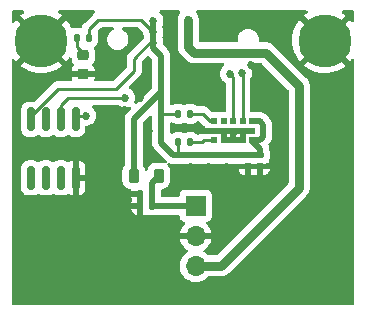
<source format=gbr>
%TF.GenerationSoftware,KiCad,Pcbnew,(6.0.0-0)*%
%TF.CreationDate,2022-03-26T01:05:03-04:00*%
%TF.ProjectId,human_activity,68756d61-6e5f-4616-9374-69766974792e,rev?*%
%TF.SameCoordinates,Original*%
%TF.FileFunction,Copper,L1,Top*%
%TF.FilePolarity,Positive*%
%FSLAX46Y46*%
G04 Gerber Fmt 4.6, Leading zero omitted, Abs format (unit mm)*
G04 Created by KiCad (PCBNEW (6.0.0-0)) date 2022-03-26 01:05:03*
%MOMM*%
%LPD*%
G01*
G04 APERTURE LIST*
G04 Aperture macros list*
%AMRoundRect*
0 Rectangle with rounded corners*
0 $1 Rounding radius*
0 $2 $3 $4 $5 $6 $7 $8 $9 X,Y pos of 4 corners*
0 Add a 4 corners polygon primitive as box body*
4,1,4,$2,$3,$4,$5,$6,$7,$8,$9,$2,$3,0*
0 Add four circle primitives for the rounded corners*
1,1,$1+$1,$2,$3*
1,1,$1+$1,$4,$5*
1,1,$1+$1,$6,$7*
1,1,$1+$1,$8,$9*
0 Add four rect primitives between the rounded corners*
20,1,$1+$1,$2,$3,$4,$5,0*
20,1,$1+$1,$4,$5,$6,$7,0*
20,1,$1+$1,$6,$7,$8,$9,0*
20,1,$1+$1,$8,$9,$2,$3,0*%
G04 Aperture macros list end*
%TA.AperFunction,ComponentPad*%
%ADD10C,4.500000*%
%TD*%
%TA.AperFunction,SMDPad,CuDef*%
%ADD11RoundRect,0.135000X0.135000X0.185000X-0.135000X0.185000X-0.135000X-0.185000X0.135000X-0.185000X0*%
%TD*%
%TA.AperFunction,SMDPad,CuDef*%
%ADD12RoundRect,0.218750X-0.218750X-0.381250X0.218750X-0.381250X0.218750X0.381250X-0.218750X0.381250X0*%
%TD*%
%TA.AperFunction,SMDPad,CuDef*%
%ADD13RoundRect,0.140000X0.140000X0.170000X-0.140000X0.170000X-0.140000X-0.170000X0.140000X-0.170000X0*%
%TD*%
%TA.AperFunction,SMDPad,CuDef*%
%ADD14RoundRect,0.135000X-0.135000X-0.185000X0.135000X-0.185000X0.135000X0.185000X-0.135000X0.185000X0*%
%TD*%
%TA.AperFunction,SMDPad,CuDef*%
%ADD15RoundRect,0.150000X0.150000X-0.825000X0.150000X0.825000X-0.150000X0.825000X-0.150000X-0.825000X0*%
%TD*%
%TA.AperFunction,ComponentPad*%
%ADD16R,1.700000X1.700000*%
%TD*%
%TA.AperFunction,ComponentPad*%
%ADD17O,1.700000X1.700000*%
%TD*%
%TA.AperFunction,SMDPad,CuDef*%
%ADD18RoundRect,0.140000X-0.170000X0.140000X-0.170000X-0.140000X0.170000X-0.140000X0.170000X0.140000X0*%
%TD*%
%TA.AperFunction,SMDPad,CuDef*%
%ADD19R,0.500000X0.500000*%
%TD*%
%TA.AperFunction,SMDPad,CuDef*%
%ADD20RoundRect,0.218750X-0.256250X0.218750X-0.256250X-0.218750X0.256250X-0.218750X0.256250X0.218750X0*%
%TD*%
%TA.AperFunction,ViaPad*%
%ADD21C,0.685800*%
%TD*%
%TA.AperFunction,Conductor*%
%ADD22C,0.508000*%
%TD*%
%TA.AperFunction,Conductor*%
%ADD23C,0.254000*%
%TD*%
%TA.AperFunction,Conductor*%
%ADD24C,0.762000*%
%TD*%
G04 APERTURE END LIST*
D10*
%TO.P,H1,1,1*%
%TO.N,GND*%
X95000000Y-64000000D03*
%TD*%
%TO.P,H2,1,1*%
%TO.N,GND*%
X119000000Y-64000000D03*
%TD*%
D11*
%TO.P,R3,1*%
%TO.N,/3V3*%
X99062000Y-63754000D03*
%TO.P,R3,2*%
%TO.N,Net-(D1-Pad2)*%
X98042000Y-63754000D03*
%TD*%
D12*
%TO.P,FB1,1*%
%TO.N,/3V3*%
X102823500Y-75438000D03*
%TO.P,FB1,2*%
%TO.N,Net-(C1-Pad1)*%
X104948500Y-75438000D03*
%TD*%
D13*
%TO.P,C1,1*%
%TO.N,Net-(C1-Pad1)*%
X104366000Y-76962000D03*
%TO.P,C1,2*%
%TO.N,GND*%
X103406000Y-76962000D03*
%TD*%
D14*
%TO.P,R1,1*%
%TO.N,/3V3*%
X106590000Y-72600000D03*
%TO.P,R1,2*%
%TO.N,Net-(R1-Pad2)*%
X107610000Y-72600000D03*
%TD*%
D13*
%TO.P,C3,1*%
%TO.N,Net-(C1-Pad1)*%
X104366000Y-77978000D03*
%TO.P,C3,2*%
%TO.N,GND*%
X103406000Y-77978000D03*
%TD*%
D15*
%TO.P,U3,1,E0*%
%TO.N,unconnected-(U3-Pad1)*%
X94107000Y-75627000D03*
%TO.P,U3,2,E1*%
%TO.N,unconnected-(U3-Pad2)*%
X95377000Y-75627000D03*
%TO.P,U3,3,E2*%
%TO.N,unconnected-(U3-Pad3)*%
X96647000Y-75627000D03*
%TO.P,U3,4,VSS*%
%TO.N,GND*%
X97917000Y-75627000D03*
%TO.P,U3,5,SDA*%
%TO.N,/SDA_EEPROM*%
X97917000Y-70677000D03*
%TO.P,U3,6,SCL*%
%TO.N,/SCL_EEPROM*%
X96647000Y-70677000D03*
%TO.P,U3,7,~{WC}*%
%TO.N,unconnected-(U3-Pad7)*%
X95377000Y-70677000D03*
%TO.P,U3,8,VCC*%
%TO.N,/3V3*%
X94107000Y-70677000D03*
%TD*%
D16*
%TO.P,J1,1,Pin_1*%
%TO.N,Net-(C1-Pad1)*%
X108077000Y-77993000D03*
D17*
%TO.P,J1,2,Pin_2*%
%TO.N,GND*%
X108077000Y-80533000D03*
%TO.P,J1,3,Pin_3*%
%TO.N,/A0*%
X108077000Y-83073000D03*
%TD*%
D18*
%TO.P,C2,1*%
%TO.N,/3V3*%
X112522000Y-73688000D03*
%TO.P,C2,2*%
%TO.N,GND*%
X112522000Y-74648000D03*
%TD*%
D19*
%TO.P,U1,1,AVDDVCSEL*%
%TO.N,/3V3*%
X112852000Y-72428000D03*
%TO.P,U1,2,AVSSVCSEL*%
%TO.N,GND*%
X112052000Y-72418000D03*
%TO.P,U1,3,GND*%
X111252000Y-72428000D03*
%TO.P,U1,4,GND*%
X110452000Y-72428000D03*
%TO.P,U1,5,XSHUT*%
%TO.N,Net-(R1-Pad2)*%
X109652000Y-72428000D03*
%TO.P,U1,6,GND*%
%TO.N,GND*%
X109652000Y-71628000D03*
%TO.P,U1,7,GPIO1*%
%TO.N,Net-(R2-Pad2)*%
X109652000Y-70828000D03*
%TO.P,U1,8,DNC*%
%TO.N,unconnected-(U1-Pad8)*%
X110452000Y-70828000D03*
%TO.P,U1,9,SDA*%
%TO.N,/SDA*%
X111252000Y-70828000D03*
%TO.P,U1,10,SCL*%
%TO.N,/SCL*%
X112052000Y-70828000D03*
%TO.P,U1,11,AVDD*%
%TO.N,/3V3*%
X112852000Y-70828000D03*
%TO.P,U1,12,GND*%
%TO.N,GND*%
X112852000Y-71628000D03*
%TD*%
D14*
%TO.P,R2,1*%
%TO.N,/3V3*%
X106590000Y-70200000D03*
%TO.P,R2,2*%
%TO.N,Net-(R2-Pad2)*%
X107610000Y-70200000D03*
%TD*%
D20*
%TO.P,D1,1,K*%
%TO.N,GND*%
X98552000Y-66827500D03*
%TO.P,D1,2,A*%
%TO.N,Net-(D1-Pad2)*%
X98552000Y-65252500D03*
%TD*%
D18*
%TO.P,C4,1*%
%TO.N,/3V3*%
X113538000Y-73688000D03*
%TO.P,C4,2*%
%TO.N,GND*%
X113538000Y-74648000D03*
%TD*%
D21*
%TO.N,GND*%
X115062000Y-67818000D03*
X100584000Y-74676000D03*
X112014000Y-83312000D03*
X100584000Y-71628000D03*
X113030000Y-68834000D03*
X115570000Y-64008000D03*
X96012000Y-73152000D03*
X110236000Y-68834000D03*
X102108000Y-69850000D03*
X110744000Y-74676000D03*
X112014000Y-79248000D03*
X118618000Y-76708000D03*
X118618000Y-74676000D03*
X108966000Y-68834000D03*
X109220000Y-74676000D03*
X116078000Y-79502000D03*
X118618000Y-67056000D03*
X110490000Y-80772000D03*
X107696000Y-68834000D03*
X118618000Y-69342000D03*
X106500000Y-71400000D03*
X107696000Y-74676000D03*
X115062000Y-69342000D03*
X104140000Y-73152000D03*
X118618000Y-71120000D03*
X104013000Y-66675000D03*
X118618000Y-72898000D03*
X115062000Y-74676000D03*
X115062000Y-71120000D03*
X103378000Y-68834000D03*
X106426000Y-68834000D03*
X114554000Y-76708000D03*
X107800000Y-71400000D03*
X104140000Y-71628000D03*
X114554000Y-80772000D03*
X100584000Y-76200000D03*
X104013000Y-67564000D03*
X113284000Y-77978000D03*
X100584000Y-73152000D03*
X97282000Y-73152000D03*
X94742000Y-73152000D03*
X117348000Y-78232000D03*
X115062000Y-72898000D03*
X113284000Y-82042000D03*
X100584000Y-70358000D03*
X112776000Y-66040000D03*
X104013000Y-65786000D03*
%TO.N,/3V3*%
X104495600Y-64185800D03*
X104496500Y-63280000D03*
X104495600Y-62331600D03*
%TO.N,/SDA_EEPROM*%
X98806000Y-70358000D03*
%TO.N,/SDA*%
X110998000Y-66802000D03*
%TO.N,/SCL*%
X111996500Y-66720000D03*
%TO.N,/SCL_EEPROM*%
X102108000Y-68834000D03*
%TO.N,/A0*%
X107442000Y-63246000D03*
X107442000Y-64262000D03*
X107442000Y-62230000D03*
%TD*%
D22*
%TO.N,GND*%
X111252000Y-72428000D02*
X111252000Y-71882000D01*
X112052000Y-72418000D02*
X112052000Y-71844000D01*
X112852000Y-71628000D02*
X112268000Y-71628000D01*
X109652000Y-71628000D02*
X108458000Y-71628000D01*
X110490000Y-71628000D02*
X109652000Y-71628000D01*
X111252000Y-71882000D02*
X111506000Y-71628000D01*
X111506000Y-71628000D02*
X110490000Y-71628000D01*
X112052000Y-71844000D02*
X112268000Y-71628000D01*
X110452000Y-71666000D02*
X110490000Y-71628000D01*
X112268000Y-71628000D02*
X111506000Y-71628000D01*
X110452000Y-72428000D02*
X110452000Y-71666000D01*
D23*
%TO.N,Net-(D1-Pad2)*%
X98042000Y-64514000D02*
X98042000Y-63754000D01*
X98552000Y-65024000D02*
X98042000Y-64514000D01*
X98552000Y-65252500D02*
X98552000Y-65024000D01*
%TO.N,/3V3*%
X104496500Y-63905500D02*
X104496500Y-63280000D01*
D22*
X104495600Y-64185800D02*
X104495600Y-62331600D01*
D23*
X99062000Y-62990000D02*
X99062000Y-63754000D01*
D22*
X105156000Y-68326000D02*
X105156000Y-67818000D01*
D23*
X102870000Y-65532000D02*
X104496500Y-63905500D01*
X101346000Y-68072000D02*
X102870000Y-66548000D01*
D22*
X112852000Y-72428000D02*
X112852000Y-72466000D01*
X104495600Y-64617600D02*
X104495600Y-64185800D01*
X113792000Y-71120000D02*
X113500000Y-70828000D01*
X112852000Y-72428000D02*
X113500000Y-72428000D01*
D23*
X102870000Y-66548000D02*
X102870000Y-65532000D01*
X103446500Y-62230000D02*
X99822000Y-62230000D01*
X106590000Y-70200000D02*
X105212000Y-70200000D01*
X105212000Y-70200000D02*
X105156000Y-70144000D01*
D22*
X106200000Y-73688000D02*
X105156000Y-72644000D01*
D23*
X106590000Y-73490000D02*
X106788000Y-73688000D01*
D22*
X113500000Y-70828000D02*
X112852000Y-70828000D01*
D23*
X99822000Y-62230000D02*
X99062000Y-62990000D01*
D22*
X106788000Y-73688000D02*
X106200000Y-73688000D01*
X113792000Y-72136000D02*
X113792000Y-71120000D01*
D23*
X94107000Y-70677000D02*
X94107000Y-70401337D01*
D22*
X112852000Y-72466000D02*
X113538000Y-73152000D01*
D23*
X104496500Y-63280000D02*
X103446500Y-62230000D01*
D22*
X113538000Y-73152000D02*
X113538000Y-73688000D01*
X112522000Y-73688000D02*
X106788000Y-73688000D01*
X105156000Y-70144000D02*
X105156000Y-67818000D01*
X113500000Y-72428000D02*
X113792000Y-72136000D01*
X105156000Y-65278000D02*
X104495600Y-64617600D01*
D23*
X106590000Y-72600000D02*
X106590000Y-73490000D01*
D22*
X102823500Y-75438000D02*
X102823500Y-70658500D01*
X105156000Y-67818000D02*
X105156000Y-65278000D01*
X113538000Y-73688000D02*
X112522000Y-73688000D01*
X105156000Y-72644000D02*
X105156000Y-70144000D01*
D23*
X104394000Y-63382500D02*
X104496500Y-63280000D01*
X96436337Y-68072000D02*
X101346000Y-68072000D01*
X94107000Y-70401337D02*
X96436337Y-68072000D01*
D22*
X102823500Y-70658500D02*
X105156000Y-68326000D01*
D23*
%TO.N,/SDA_EEPROM*%
X98806000Y-70358000D02*
X98236000Y-70358000D01*
X98236000Y-70358000D02*
X97917000Y-70677000D01*
%TO.N,/SDA*%
X111252000Y-70828000D02*
X111252000Y-67056000D01*
X111252000Y-67056000D02*
X110998000Y-66802000D01*
%TO.N,/SCL*%
X112052000Y-66775500D02*
X111996500Y-66720000D01*
X112052000Y-70828000D02*
X112052000Y-66775500D01*
%TO.N,/SCL_EEPROM*%
X97282000Y-68834000D02*
X96647000Y-69469000D01*
X102108000Y-68834000D02*
X97282000Y-68834000D01*
X96647000Y-69469000D02*
X96647000Y-70677000D01*
D24*
%TO.N,/A0*%
X108077000Y-83073000D02*
X110221000Y-83073000D01*
X116840000Y-76454000D02*
X116840000Y-70612000D01*
X113030000Y-80264000D02*
X116840000Y-76454000D01*
X116840000Y-67818000D02*
X114554000Y-65532000D01*
X114046000Y-65024000D02*
X111252000Y-65024000D01*
X116840000Y-70612000D02*
X116840000Y-67818000D01*
X107442000Y-64516000D02*
X107442000Y-64262000D01*
X107442000Y-63246000D02*
X107442000Y-62230000D01*
X107950000Y-65024000D02*
X107442000Y-64516000D01*
X110221000Y-83073000D02*
X113030000Y-80264000D01*
X111252000Y-65024000D02*
X107950000Y-65024000D01*
X107442000Y-64262000D02*
X107442000Y-63246000D01*
X114554000Y-65532000D02*
X114046000Y-65024000D01*
D23*
%TO.N,Net-(R1-Pad2)*%
X109652000Y-72428000D02*
X108772000Y-72428000D01*
X108600000Y-72600000D02*
X108650000Y-72550000D01*
X107610000Y-72600000D02*
X108600000Y-72600000D01*
X108772000Y-72428000D02*
X108650000Y-72550000D01*
%TO.N,Net-(R2-Pad2)*%
X108700000Y-70200000D02*
X107610000Y-70200000D01*
X109328000Y-70828000D02*
X108700000Y-70200000D01*
X109652000Y-70828000D02*
X109328000Y-70828000D01*
D22*
%TO.N,Net-(C1-Pad1)*%
X104366000Y-76962000D02*
X104366000Y-76020500D01*
X104381000Y-77993000D02*
X104366000Y-77978000D01*
X108077000Y-77993000D02*
X104381000Y-77993000D01*
X104366000Y-76020500D02*
X104948500Y-75438000D01*
X104366000Y-77978000D02*
X104366000Y-76962000D01*
%TD*%
%TA.AperFunction,Conductor*%
%TO.N,GND*%
G36*
X93508556Y-61466002D02*
G01*
X93555049Y-61519658D01*
X93565153Y-61589932D01*
X93535659Y-61654512D01*
X93504858Y-61680285D01*
X93450196Y-61712805D01*
X93443945Y-61717053D01*
X93250733Y-61866115D01*
X93242267Y-61877773D01*
X93248871Y-61889661D01*
X94987188Y-63627978D01*
X95001132Y-63635592D01*
X95002965Y-63635461D01*
X95009580Y-63631210D01*
X96750162Y-61890628D01*
X96757174Y-61877787D01*
X96749379Y-61867098D01*
X96579886Y-61733481D01*
X96573663Y-61729156D01*
X96492326Y-61679605D01*
X96444557Y-61627082D01*
X96432767Y-61557071D01*
X96460699Y-61491800D01*
X96519485Y-61451992D01*
X96557879Y-61446000D01*
X99432118Y-61446000D01*
X99500239Y-61466002D01*
X99546732Y-61519658D01*
X99556836Y-61589932D01*
X99527342Y-61654512D01*
X99506180Y-61673935D01*
X99477519Y-61694759D01*
X99467595Y-61701278D01*
X99436224Y-61719830D01*
X99436219Y-61719834D01*
X99429401Y-61723866D01*
X99415014Y-61738253D01*
X99399980Y-61751094D01*
X99383513Y-61763058D01*
X99378460Y-61769166D01*
X99355228Y-61797249D01*
X99347238Y-61806029D01*
X98668517Y-62484750D01*
X98660191Y-62492326D01*
X98653697Y-62496447D01*
X98648274Y-62502222D01*
X98606915Y-62546265D01*
X98604160Y-62549107D01*
X98584361Y-62568906D01*
X98581937Y-62572031D01*
X98581929Y-62572040D01*
X98581863Y-62572126D01*
X98574155Y-62581151D01*
X98543783Y-62613494D01*
X98539965Y-62620438D01*
X98539964Y-62620440D01*
X98533978Y-62631329D01*
X98523127Y-62647847D01*
X98510650Y-62663933D01*
X98493024Y-62704666D01*
X98487807Y-62715314D01*
X98466431Y-62754197D01*
X98464460Y-62761872D01*
X98464458Y-62761878D01*
X98461369Y-62773911D01*
X98454966Y-62792613D01*
X98446883Y-62811292D01*
X98445644Y-62819114D01*
X98445643Y-62819118D01*
X98444104Y-62828838D01*
X98413692Y-62892991D01*
X98353425Y-62930518D01*
X98291191Y-62930161D01*
X98290979Y-62931323D01*
X98284643Y-62930165D01*
X98278466Y-62928371D01*
X98272059Y-62927867D01*
X98272055Y-62927866D01*
X98244444Y-62925693D01*
X98244438Y-62925693D01*
X98241989Y-62925500D01*
X98042122Y-62925500D01*
X97842012Y-62925501D01*
X97805534Y-62928371D01*
X97765562Y-62939984D01*
X97677727Y-62965502D01*
X97606730Y-62965299D01*
X97547114Y-62926745D01*
X97527602Y-62896055D01*
X97450172Y-62723363D01*
X97446655Y-62716636D01*
X97279054Y-62438252D01*
X97274757Y-62431999D01*
X97133617Y-62251022D01*
X97121823Y-62242551D01*
X97110113Y-62249097D01*
X95372022Y-63987188D01*
X95364408Y-64001132D01*
X95364539Y-64002965D01*
X95368790Y-64009580D01*
X97108825Y-65749615D01*
X97121948Y-65756781D01*
X97132250Y-65749391D01*
X97241429Y-65615285D01*
X97245842Y-65609144D01*
X97336608Y-65465287D01*
X97389874Y-65418349D01*
X97460062Y-65407659D01*
X97524886Y-65436613D01*
X97563766Y-65496018D01*
X97567934Y-65519631D01*
X97568500Y-65519572D01*
X97579022Y-65620982D01*
X97632692Y-65781849D01*
X97721929Y-65926055D01*
X97746322Y-65950405D01*
X97747159Y-65951241D01*
X97781238Y-66013523D01*
X97776235Y-66084343D01*
X97747314Y-66129432D01*
X97726702Y-66150080D01*
X97717690Y-66161491D01*
X97636447Y-66293291D01*
X97630303Y-66306468D01*
X97581421Y-66453843D01*
X97578555Y-66467210D01*
X97569386Y-66556700D01*
X97573475Y-66570624D01*
X97574865Y-66571829D01*
X97582548Y-66573500D01*
X99516885Y-66573500D01*
X99532124Y-66569025D01*
X99533329Y-66567635D01*
X99534842Y-66560679D01*
X99534663Y-66557218D01*
X99525196Y-66465979D01*
X99522303Y-66452583D01*
X99473170Y-66305313D01*
X99466996Y-66292134D01*
X99385530Y-66160486D01*
X99376494Y-66149085D01*
X99356842Y-66129467D01*
X99322763Y-66067184D01*
X99327766Y-65996364D01*
X99356686Y-65951277D01*
X99377692Y-65930234D01*
X99382864Y-65925053D01*
X99390198Y-65913156D01*
X99432043Y-65845269D01*
X99471849Y-65780692D01*
X99479780Y-65756781D01*
X99523072Y-65626262D01*
X99523072Y-65626260D01*
X99525238Y-65619731D01*
X99535500Y-65519572D01*
X99535500Y-64985428D01*
X99524978Y-64884018D01*
X99471308Y-64723151D01*
X99467458Y-64716929D01*
X99467454Y-64716921D01*
X99448910Y-64686953D01*
X99430073Y-64618501D01*
X99451235Y-64550732D01*
X99491916Y-64512198D01*
X99587720Y-64455540D01*
X99594541Y-64451506D01*
X99709506Y-64336541D01*
X99764517Y-64243523D01*
X99788234Y-64203419D01*
X99788234Y-64203418D01*
X99792269Y-64196596D01*
X99806467Y-64147728D01*
X99835834Y-64046644D01*
X99837629Y-64040466D01*
X99840200Y-64007809D01*
X99840307Y-64006444D01*
X99840307Y-64006438D01*
X99840500Y-64003989D01*
X99840499Y-63504012D01*
X99837629Y-63467534D01*
X99792269Y-63311404D01*
X99785182Y-63299420D01*
X99767725Y-63230603D01*
X99790244Y-63163272D01*
X99804543Y-63146189D01*
X100048327Y-62902405D01*
X100110639Y-62868379D01*
X100137422Y-62865500D01*
X101020069Y-62865500D01*
X101088190Y-62885502D01*
X101134683Y-62939158D01*
X101144787Y-63009432D01*
X101115293Y-63074012D01*
X101083070Y-63100619D01*
X100950376Y-63177229D01*
X100945469Y-63181647D01*
X100945468Y-63181648D01*
X100828947Y-63286565D01*
X100811579Y-63302203D01*
X100701798Y-63453303D01*
X100625832Y-63623926D01*
X100587000Y-63806615D01*
X100587000Y-63993385D01*
X100588372Y-63999837D01*
X100588372Y-63999842D01*
X100602259Y-64065173D01*
X100625832Y-64176074D01*
X100628517Y-64182104D01*
X100628517Y-64182105D01*
X100684097Y-64306939D01*
X100701798Y-64346697D01*
X100705678Y-64352038D01*
X100705679Y-64352039D01*
X100772879Y-64444531D01*
X100811579Y-64497797D01*
X100816481Y-64502210D01*
X100816482Y-64502212D01*
X100945468Y-64618352D01*
X100950376Y-64622771D01*
X100956097Y-64626074D01*
X100970839Y-64634585D01*
X101112124Y-64716156D01*
X101160924Y-64732012D01*
X101283474Y-64771831D01*
X101283475Y-64771831D01*
X101289753Y-64773871D01*
X101296316Y-64774561D01*
X101296317Y-64774561D01*
X101319097Y-64776955D01*
X101428937Y-64788500D01*
X101522063Y-64788500D01*
X101631903Y-64776955D01*
X101654683Y-64774561D01*
X101654684Y-64774561D01*
X101661247Y-64773871D01*
X101667525Y-64771831D01*
X101667526Y-64771831D01*
X101790076Y-64732012D01*
X101838876Y-64716156D01*
X101980162Y-64634585D01*
X101994903Y-64626074D01*
X102000624Y-64622771D01*
X102005532Y-64618352D01*
X102134518Y-64502212D01*
X102134519Y-64502210D01*
X102139421Y-64497797D01*
X102178121Y-64444531D01*
X102245321Y-64352039D01*
X102245322Y-64352038D01*
X102249202Y-64346697D01*
X102266904Y-64306939D01*
X102322483Y-64182105D01*
X102322483Y-64182104D01*
X102325168Y-64176074D01*
X102348741Y-64065173D01*
X102362628Y-63999842D01*
X102362628Y-63999837D01*
X102364000Y-63993385D01*
X102364000Y-63806615D01*
X102325168Y-63623926D01*
X102249202Y-63453303D01*
X102139421Y-63302203D01*
X102122054Y-63286565D01*
X102005532Y-63181648D01*
X102005531Y-63181647D01*
X102000624Y-63177229D01*
X101867931Y-63100619D01*
X101818938Y-63049237D01*
X101805502Y-62979523D01*
X101831888Y-62913612D01*
X101889720Y-62872430D01*
X101930931Y-62865500D01*
X103131078Y-62865500D01*
X103199199Y-62885502D01*
X103220173Y-62902405D01*
X103613867Y-63296099D01*
X103647893Y-63358411D01*
X103650082Y-63372023D01*
X103659118Y-63457991D01*
X103714423Y-63628203D01*
X103717722Y-63633917D01*
X103720411Y-63639957D01*
X103718735Y-63640703D01*
X103733100Y-63694315D01*
X103733100Y-63717977D01*
X103713098Y-63786098D01*
X103696195Y-63807072D01*
X102476517Y-65026750D01*
X102468191Y-65034326D01*
X102461697Y-65038447D01*
X102456274Y-65044222D01*
X102414915Y-65088265D01*
X102412160Y-65091107D01*
X102392361Y-65110906D01*
X102389937Y-65114031D01*
X102389929Y-65114040D01*
X102389863Y-65114126D01*
X102382155Y-65123151D01*
X102351783Y-65155494D01*
X102347965Y-65162438D01*
X102347964Y-65162440D01*
X102341978Y-65173329D01*
X102331127Y-65189847D01*
X102318650Y-65205933D01*
X102301024Y-65246666D01*
X102295807Y-65257314D01*
X102274431Y-65296197D01*
X102272460Y-65303872D01*
X102272458Y-65303878D01*
X102269369Y-65315911D01*
X102262966Y-65334613D01*
X102254883Y-65353292D01*
X102253644Y-65361117D01*
X102247940Y-65397127D01*
X102245535Y-65408740D01*
X102234500Y-65451718D01*
X102234500Y-65472065D01*
X102232949Y-65491776D01*
X102229765Y-65511879D01*
X102230511Y-65519771D01*
X102233941Y-65556056D01*
X102234500Y-65567914D01*
X102234500Y-66232577D01*
X102214498Y-66300698D01*
X102197595Y-66321672D01*
X101119672Y-67399595D01*
X101057360Y-67433621D01*
X101030577Y-67436500D01*
X99619062Y-67436500D01*
X99550941Y-67416498D01*
X99504448Y-67362842D01*
X99494344Y-67292568D01*
X99499469Y-67270834D01*
X99522578Y-67201160D01*
X99525445Y-67187790D01*
X99534614Y-67098300D01*
X99530525Y-67084376D01*
X99529135Y-67083171D01*
X99521452Y-67081500D01*
X97587115Y-67081500D01*
X97571876Y-67085975D01*
X97570671Y-67087365D01*
X97569158Y-67094321D01*
X97569337Y-67097782D01*
X97578804Y-67189021D01*
X97581697Y-67202417D01*
X97604453Y-67270624D01*
X97607037Y-67341573D01*
X97570854Y-67402657D01*
X97507390Y-67434482D01*
X97484929Y-67436500D01*
X96515369Y-67436500D01*
X96504130Y-67435970D01*
X96496618Y-67434291D01*
X96488693Y-67434540D01*
X96488692Y-67434540D01*
X96428307Y-67436438D01*
X96424349Y-67436500D01*
X96396354Y-67436500D01*
X96392420Y-67436997D01*
X96392418Y-67436997D01*
X96392331Y-67437008D01*
X96380497Y-67437940D01*
X96336132Y-67439335D01*
X96328519Y-67441547D01*
X96328518Y-67441547D01*
X96316589Y-67445013D01*
X96297225Y-67449023D01*
X96284897Y-67450580D01*
X96284895Y-67450580D01*
X96277038Y-67451573D01*
X96269674Y-67454489D01*
X96269669Y-67454490D01*
X96235781Y-67467907D01*
X96224552Y-67471752D01*
X96208042Y-67476549D01*
X96181944Y-67484131D01*
X96175117Y-67488169D01*
X96175114Y-67488170D01*
X96164431Y-67494488D01*
X96146673Y-67503188D01*
X96135122Y-67507761D01*
X96135116Y-67507765D01*
X96127749Y-67510681D01*
X96121338Y-67515339D01*
X96121336Y-67515340D01*
X96091849Y-67536764D01*
X96081927Y-67543281D01*
X96050569Y-67561826D01*
X96050565Y-67561829D01*
X96043739Y-67565866D01*
X96029355Y-67580250D01*
X96014321Y-67593091D01*
X96006409Y-67598839D01*
X95997850Y-67605058D01*
X95992797Y-67611166D01*
X95969560Y-67639255D01*
X95961570Y-67648035D01*
X94450423Y-69159182D01*
X94388111Y-69193208D01*
X94351442Y-69195699D01*
X94325958Y-69193693D01*
X94325950Y-69193693D01*
X94323502Y-69193500D01*
X93890498Y-69193500D01*
X93888050Y-69193693D01*
X93888042Y-69193693D01*
X93859579Y-69195933D01*
X93859574Y-69195934D01*
X93853169Y-69196438D01*
X93765641Y-69221867D01*
X93701012Y-69240643D01*
X93701010Y-69240644D01*
X93693399Y-69242855D01*
X93686572Y-69246892D01*
X93686573Y-69246892D01*
X93557020Y-69323509D01*
X93557017Y-69323511D01*
X93550193Y-69327547D01*
X93432547Y-69445193D01*
X93428511Y-69452017D01*
X93428509Y-69452020D01*
X93406234Y-69489685D01*
X93347855Y-69588399D01*
X93345644Y-69596010D01*
X93345643Y-69596012D01*
X93339661Y-69616604D01*
X93301438Y-69748169D01*
X93298500Y-69785498D01*
X93298500Y-71568502D01*
X93298693Y-71570950D01*
X93298693Y-71570958D01*
X93300177Y-71589804D01*
X93301438Y-71605831D01*
X93347855Y-71765601D01*
X93364505Y-71793755D01*
X93428509Y-71901980D01*
X93428511Y-71901983D01*
X93432547Y-71908807D01*
X93550193Y-72026453D01*
X93557017Y-72030489D01*
X93557020Y-72030491D01*
X93664589Y-72094107D01*
X93693399Y-72111145D01*
X93701010Y-72113356D01*
X93701012Y-72113357D01*
X93740135Y-72124723D01*
X93853169Y-72157562D01*
X93859574Y-72158066D01*
X93859579Y-72158067D01*
X93888042Y-72160307D01*
X93888050Y-72160307D01*
X93890498Y-72160500D01*
X94323502Y-72160500D01*
X94325950Y-72160307D01*
X94325958Y-72160307D01*
X94354421Y-72158067D01*
X94354426Y-72158066D01*
X94360831Y-72157562D01*
X94473865Y-72124723D01*
X94512988Y-72113357D01*
X94512990Y-72113356D01*
X94520601Y-72111145D01*
X94663807Y-72026453D01*
X94666489Y-72023771D01*
X94730861Y-71998498D01*
X94800484Y-72012400D01*
X94816312Y-72022572D01*
X94820193Y-72026453D01*
X94963399Y-72111145D01*
X94971010Y-72113356D01*
X94971012Y-72113357D01*
X95010135Y-72124723D01*
X95123169Y-72157562D01*
X95129574Y-72158066D01*
X95129579Y-72158067D01*
X95158042Y-72160307D01*
X95158050Y-72160307D01*
X95160498Y-72160500D01*
X95593502Y-72160500D01*
X95595950Y-72160307D01*
X95595958Y-72160307D01*
X95624421Y-72158067D01*
X95624426Y-72158066D01*
X95630831Y-72157562D01*
X95743865Y-72124723D01*
X95782988Y-72113357D01*
X95782990Y-72113356D01*
X95790601Y-72111145D01*
X95933807Y-72026453D01*
X95936489Y-72023771D01*
X96000861Y-71998498D01*
X96070484Y-72012400D01*
X96086312Y-72022572D01*
X96090193Y-72026453D01*
X96233399Y-72111145D01*
X96241010Y-72113356D01*
X96241012Y-72113357D01*
X96280135Y-72124723D01*
X96393169Y-72157562D01*
X96399574Y-72158066D01*
X96399579Y-72158067D01*
X96428042Y-72160307D01*
X96428050Y-72160307D01*
X96430498Y-72160500D01*
X96863502Y-72160500D01*
X96865950Y-72160307D01*
X96865958Y-72160307D01*
X96894421Y-72158067D01*
X96894426Y-72158066D01*
X96900831Y-72157562D01*
X97013865Y-72124723D01*
X97052988Y-72113357D01*
X97052990Y-72113356D01*
X97060601Y-72111145D01*
X97203807Y-72026453D01*
X97206489Y-72023771D01*
X97270861Y-71998498D01*
X97340484Y-72012400D01*
X97356312Y-72022572D01*
X97360193Y-72026453D01*
X97503399Y-72111145D01*
X97511010Y-72113356D01*
X97511012Y-72113357D01*
X97550135Y-72124723D01*
X97663169Y-72157562D01*
X97669574Y-72158066D01*
X97669579Y-72158067D01*
X97698042Y-72160307D01*
X97698050Y-72160307D01*
X97700498Y-72160500D01*
X98133502Y-72160500D01*
X98135950Y-72160307D01*
X98135958Y-72160307D01*
X98164421Y-72158067D01*
X98164426Y-72158066D01*
X98170831Y-72157562D01*
X98283865Y-72124723D01*
X98322988Y-72113357D01*
X98322990Y-72113356D01*
X98330601Y-72111145D01*
X98359411Y-72094107D01*
X98466980Y-72030491D01*
X98466983Y-72030489D01*
X98473807Y-72026453D01*
X98591453Y-71908807D01*
X98595489Y-71901983D01*
X98595491Y-71901980D01*
X98659495Y-71793755D01*
X98676145Y-71765601D01*
X98722562Y-71605831D01*
X98723824Y-71589804D01*
X98725307Y-71570958D01*
X98725307Y-71570950D01*
X98725500Y-71568502D01*
X98725500Y-71335400D01*
X98745502Y-71267279D01*
X98799158Y-71220786D01*
X98851500Y-71209400D01*
X98895486Y-71209400D01*
X98901939Y-71208028D01*
X98901943Y-71208028D01*
X98983016Y-71190795D01*
X99070546Y-71172190D01*
X99076577Y-71169505D01*
X99228015Y-71102081D01*
X99228017Y-71102080D01*
X99234045Y-71099396D01*
X99261929Y-71079137D01*
X99373492Y-70998082D01*
X99373494Y-70998080D01*
X99378836Y-70994199D01*
X99395012Y-70976234D01*
X99494172Y-70866105D01*
X99494173Y-70866104D01*
X99498591Y-70861197D01*
X99588077Y-70706203D01*
X99629496Y-70578729D01*
X99641342Y-70542270D01*
X99641342Y-70542269D01*
X99643382Y-70535991D01*
X99659575Y-70381933D01*
X99661400Y-70364565D01*
X99662090Y-70358000D01*
X99652495Y-70266712D01*
X99644072Y-70186573D01*
X99644072Y-70186572D01*
X99643382Y-70180009D01*
X99634833Y-70153696D01*
X99607476Y-70069500D01*
X99588077Y-70009797D01*
X99498591Y-69854803D01*
X99441771Y-69791697D01*
X99383258Y-69726712D01*
X99383257Y-69726711D01*
X99378836Y-69721801D01*
X99345299Y-69697435D01*
X99301947Y-69641213D01*
X99295872Y-69570477D01*
X99329004Y-69507685D01*
X99390824Y-69472774D01*
X99419362Y-69469500D01*
X101493262Y-69469500D01*
X101561383Y-69489502D01*
X101567323Y-69493564D01*
X101673185Y-69570477D01*
X101679955Y-69575396D01*
X101685983Y-69578080D01*
X101685985Y-69578081D01*
X101837421Y-69645504D01*
X101843454Y-69648190D01*
X101904295Y-69661122D01*
X102012057Y-69684028D01*
X102012061Y-69684028D01*
X102018514Y-69685400D01*
X102197486Y-69685400D01*
X102203939Y-69684028D01*
X102203943Y-69684028D01*
X102311705Y-69661122D01*
X102372546Y-69648190D01*
X102378573Y-69645507D01*
X102378581Y-69645504D01*
X102441729Y-69617389D01*
X102512096Y-69607955D01*
X102576393Y-69638062D01*
X102614206Y-69698151D01*
X102613529Y-69769145D01*
X102582075Y-69821587D01*
X102331965Y-70071697D01*
X102317559Y-70084077D01*
X102299936Y-70097046D01*
X102295192Y-70102629D01*
X102295193Y-70102629D01*
X102265521Y-70137555D01*
X102258591Y-70145071D01*
X102252847Y-70150815D01*
X102250573Y-70153689D01*
X102250567Y-70153696D01*
X102235128Y-70173211D01*
X102232337Y-70176615D01*
X102189555Y-70226972D01*
X102189552Y-70226976D01*
X102184816Y-70232551D01*
X102181488Y-70239068D01*
X102178111Y-70244132D01*
X102174884Y-70249356D01*
X102170340Y-70255100D01*
X102167241Y-70261731D01*
X102139268Y-70321582D01*
X102137337Y-70325533D01*
X102131751Y-70336472D01*
X102103957Y-70390904D01*
X102102216Y-70398019D01*
X102100079Y-70403765D01*
X102098155Y-70409548D01*
X102095056Y-70416179D01*
X102093566Y-70423343D01*
X102080108Y-70488047D01*
X102079139Y-70492329D01*
X102061696Y-70563612D01*
X102061000Y-70574830D01*
X102060961Y-70574828D01*
X102060728Y-70578729D01*
X102060339Y-70583088D01*
X102058848Y-70590256D01*
X102059046Y-70597573D01*
X102060954Y-70668077D01*
X102061000Y-70671486D01*
X102061000Y-74521479D01*
X102040998Y-74589600D01*
X102034826Y-74598249D01*
X102030136Y-74602947D01*
X101941151Y-74747308D01*
X101887762Y-74908269D01*
X101877500Y-75008428D01*
X101877500Y-75867572D01*
X101877837Y-75870818D01*
X101877837Y-75870822D01*
X101879502Y-75886865D01*
X101888022Y-75968982D01*
X101941692Y-76129849D01*
X102030929Y-76274055D01*
X102150947Y-76393864D01*
X102295308Y-76482849D01*
X102302256Y-76485154D01*
X102302257Y-76485154D01*
X102449738Y-76534072D01*
X102449740Y-76534072D01*
X102456269Y-76536238D01*
X102510461Y-76541790D01*
X102576187Y-76568631D01*
X102616969Y-76626746D01*
X102621568Y-76689770D01*
X102621232Y-76691609D01*
X102624052Y-76705031D01*
X102635513Y-76708000D01*
X103451500Y-76708000D01*
X103519621Y-76728002D01*
X103566114Y-76781658D01*
X103577500Y-76834000D01*
X103577500Y-77197484D01*
X103577693Y-77199932D01*
X103577693Y-77199940D01*
X103579184Y-77218876D01*
X103580394Y-77234254D01*
X103582187Y-77240426D01*
X103582188Y-77240431D01*
X103598497Y-77296565D01*
X103603500Y-77331718D01*
X103603500Y-77608282D01*
X103598497Y-77643435D01*
X103582188Y-77699569D01*
X103582187Y-77699574D01*
X103580394Y-77705746D01*
X103579890Y-77712151D01*
X103579889Y-77712156D01*
X103579191Y-77721031D01*
X103577500Y-77742516D01*
X103577500Y-78213484D01*
X103577693Y-78215932D01*
X103577693Y-78215940D01*
X103579184Y-78234876D01*
X103580394Y-78250254D01*
X103626106Y-78407597D01*
X103630141Y-78414419D01*
X103630141Y-78414420D01*
X103642454Y-78435240D01*
X103660000Y-78499379D01*
X103660000Y-78771558D01*
X103663973Y-78785089D01*
X103671871Y-78786224D01*
X103797784Y-78749643D01*
X103812222Y-78743395D01*
X103821372Y-78737984D01*
X103890188Y-78720526D01*
X103949647Y-78737985D01*
X103957531Y-78742647D01*
X103966403Y-78747894D01*
X103974014Y-78750105D01*
X103974016Y-78750106D01*
X103992583Y-78755500D01*
X104123746Y-78793606D01*
X104130151Y-78794110D01*
X104130156Y-78794111D01*
X104158060Y-78796307D01*
X104158068Y-78796307D01*
X104160516Y-78796500D01*
X104571484Y-78796500D01*
X104573932Y-78796307D01*
X104573940Y-78796307D01*
X104601844Y-78794111D01*
X104601849Y-78794110D01*
X104608254Y-78793606D01*
X104722197Y-78760503D01*
X104757349Y-78755500D01*
X106592500Y-78755500D01*
X106660621Y-78775502D01*
X106707114Y-78829158D01*
X106718500Y-78881500D01*
X106718500Y-78891134D01*
X106725255Y-78953316D01*
X106776385Y-79089705D01*
X106863739Y-79206261D01*
X106980295Y-79293615D01*
X106988704Y-79296767D01*
X106988705Y-79296768D01*
X107097960Y-79337726D01*
X107154725Y-79380367D01*
X107179425Y-79446929D01*
X107164218Y-79516278D01*
X107144825Y-79542759D01*
X107021590Y-79671717D01*
X107015104Y-79679727D01*
X106895098Y-79855649D01*
X106890000Y-79864623D01*
X106800338Y-80057783D01*
X106796775Y-80067470D01*
X106741389Y-80267183D01*
X106742912Y-80275607D01*
X106755292Y-80279000D01*
X109395344Y-80279000D01*
X109408875Y-80275027D01*
X109410180Y-80265947D01*
X109368214Y-80098875D01*
X109364894Y-80089124D01*
X109279972Y-79893814D01*
X109275105Y-79884739D01*
X109159426Y-79705926D01*
X109153136Y-79697757D01*
X109009293Y-79539677D01*
X108978241Y-79475831D01*
X108986635Y-79405333D01*
X109031812Y-79350564D01*
X109058256Y-79336895D01*
X109165297Y-79296767D01*
X109173705Y-79293615D01*
X109290261Y-79206261D01*
X109377615Y-79089705D01*
X109428745Y-78953316D01*
X109435500Y-78891134D01*
X109435500Y-77094866D01*
X109428745Y-77032684D01*
X109377615Y-76896295D01*
X109290261Y-76779739D01*
X109173705Y-76692385D01*
X109037316Y-76641255D01*
X108975134Y-76634500D01*
X107178866Y-76634500D01*
X107116684Y-76641255D01*
X106980295Y-76692385D01*
X106863739Y-76779739D01*
X106776385Y-76896295D01*
X106725255Y-77032684D01*
X106718500Y-77094866D01*
X106718500Y-77104500D01*
X106698498Y-77172621D01*
X106644842Y-77219114D01*
X106592500Y-77230500D01*
X105280500Y-77230500D01*
X105212379Y-77210498D01*
X105165886Y-77156842D01*
X105154500Y-77104500D01*
X105154500Y-76726516D01*
X105151606Y-76689746D01*
X105151099Y-76688001D01*
X105158359Y-76619059D01*
X105202787Y-76563681D01*
X105261869Y-76541696D01*
X105277477Y-76540077D01*
X105310125Y-76536690D01*
X105310130Y-76536689D01*
X105316982Y-76535978D01*
X105477849Y-76482308D01*
X105622055Y-76393071D01*
X105741864Y-76273053D01*
X105830849Y-76128692D01*
X105839872Y-76101488D01*
X105882072Y-75974262D01*
X105882072Y-75974260D01*
X105884238Y-75967731D01*
X105894500Y-75867572D01*
X105894500Y-75008428D01*
X105884689Y-74913871D01*
X111713776Y-74913871D01*
X111750357Y-75039784D01*
X111756604Y-75054220D01*
X111831876Y-75181499D01*
X111841516Y-75193926D01*
X111946074Y-75298484D01*
X111958501Y-75308124D01*
X112085780Y-75383396D01*
X112100216Y-75389643D01*
X112243641Y-75431312D01*
X112251609Y-75432768D01*
X112265031Y-75429948D01*
X112268000Y-75418487D01*
X112268000Y-75416424D01*
X112776000Y-75416424D01*
X112780344Y-75431219D01*
X112790775Y-75433063D01*
X112800359Y-75431312D01*
X112943784Y-75389643D01*
X112958226Y-75383393D01*
X112965861Y-75378878D01*
X113034677Y-75361418D01*
X113094139Y-75378878D01*
X113101774Y-75383393D01*
X113116216Y-75389643D01*
X113259641Y-75431312D01*
X113267609Y-75432768D01*
X113281031Y-75429948D01*
X113284000Y-75418487D01*
X113284000Y-75416424D01*
X113792000Y-75416424D01*
X113796344Y-75431219D01*
X113806775Y-75433063D01*
X113816359Y-75431312D01*
X113959784Y-75389643D01*
X113974220Y-75383396D01*
X114101499Y-75308124D01*
X114113926Y-75298484D01*
X114218484Y-75193926D01*
X114228124Y-75181499D01*
X114303396Y-75054220D01*
X114309643Y-75039784D01*
X114344619Y-74919395D01*
X114344579Y-74905295D01*
X114337309Y-74902000D01*
X113810115Y-74902000D01*
X113794876Y-74906475D01*
X113793671Y-74907865D01*
X113792000Y-74915548D01*
X113792000Y-75416424D01*
X113284000Y-75416424D01*
X113284000Y-74920115D01*
X113279525Y-74904876D01*
X113278135Y-74903671D01*
X113270452Y-74902000D01*
X112794115Y-74902000D01*
X112778876Y-74906475D01*
X112777671Y-74907865D01*
X112776000Y-74915548D01*
X112776000Y-75416424D01*
X112268000Y-75416424D01*
X112268000Y-74920115D01*
X112263525Y-74904876D01*
X112262135Y-74903671D01*
X112254452Y-74902000D01*
X111728442Y-74902000D01*
X111714911Y-74905973D01*
X111713776Y-74913871D01*
X105884689Y-74913871D01*
X105883978Y-74907018D01*
X105830308Y-74746151D01*
X105741071Y-74601945D01*
X105735893Y-74596776D01*
X105709279Y-74570208D01*
X105675200Y-74507925D01*
X105680203Y-74437105D01*
X105722701Y-74380232D01*
X105789199Y-74355364D01*
X105851650Y-74366889D01*
X105863087Y-74372234D01*
X105867033Y-74374163D01*
X105932404Y-74407543D01*
X105939519Y-74409284D01*
X105945265Y-74411421D01*
X105951048Y-74413345D01*
X105957679Y-74416444D01*
X106029557Y-74431394D01*
X106033829Y-74432361D01*
X106105112Y-74449804D01*
X106110711Y-74450151D01*
X106110715Y-74450152D01*
X106116330Y-74450500D01*
X106116328Y-74450539D01*
X106120229Y-74450772D01*
X106124588Y-74451161D01*
X106131756Y-74452652D01*
X106139073Y-74452454D01*
X106209577Y-74450546D01*
X106212986Y-74450500D01*
X112152282Y-74450500D01*
X112187435Y-74455503D01*
X112243569Y-74471812D01*
X112243574Y-74471813D01*
X112249746Y-74473606D01*
X112256151Y-74474110D01*
X112256156Y-74474111D01*
X112284060Y-74476307D01*
X112284068Y-74476307D01*
X112286516Y-74476500D01*
X112757484Y-74476500D01*
X112759932Y-74476307D01*
X112759940Y-74476307D01*
X112787844Y-74474111D01*
X112787849Y-74474110D01*
X112794254Y-74473606D01*
X112800426Y-74471813D01*
X112800431Y-74471812D01*
X112856565Y-74455503D01*
X112891718Y-74450500D01*
X113168282Y-74450500D01*
X113203435Y-74455503D01*
X113259569Y-74471812D01*
X113259574Y-74471813D01*
X113265746Y-74473606D01*
X113272151Y-74474110D01*
X113272156Y-74474111D01*
X113300060Y-74476307D01*
X113300068Y-74476307D01*
X113302516Y-74476500D01*
X113773484Y-74476500D01*
X113775932Y-74476307D01*
X113775940Y-74476307D01*
X113803844Y-74474111D01*
X113803849Y-74474110D01*
X113810254Y-74473606D01*
X113909005Y-74444916D01*
X113959984Y-74430106D01*
X113959986Y-74430105D01*
X113967597Y-74427894D01*
X113984439Y-74417934D01*
X113995240Y-74411546D01*
X114059379Y-74394000D01*
X114331558Y-74394000D01*
X114345089Y-74390027D01*
X114346224Y-74382129D01*
X114309643Y-74256216D01*
X114303395Y-74241778D01*
X114297984Y-74232628D01*
X114280526Y-74163812D01*
X114297985Y-74104353D01*
X114303857Y-74094423D01*
X114307894Y-74087597D01*
X114353606Y-73930254D01*
X114356500Y-73893484D01*
X114356500Y-73482516D01*
X114353606Y-73445746D01*
X114307894Y-73288403D01*
X114308866Y-73288121D01*
X114300500Y-73247725D01*
X114300500Y-73219376D01*
X114301933Y-73200426D01*
X114304124Y-73186027D01*
X114304124Y-73186023D01*
X114305224Y-73178793D01*
X114300915Y-73125814D01*
X114300500Y-73115600D01*
X114300500Y-73107475D01*
X114297193Y-73079110D01*
X114296760Y-73074735D01*
X114291403Y-73008868D01*
X114290810Y-73001574D01*
X114288556Y-72994617D01*
X114287367Y-72988663D01*
X114285949Y-72982665D01*
X114285101Y-72975393D01*
X114260052Y-72906383D01*
X114258646Y-72902288D01*
X114244590Y-72858901D01*
X114242624Y-72787935D01*
X114275362Y-72730976D01*
X114283528Y-72722810D01*
X114297941Y-72710423D01*
X114309665Y-72701795D01*
X114315564Y-72697454D01*
X114349979Y-72656945D01*
X114356909Y-72649429D01*
X114362653Y-72643685D01*
X114364927Y-72640811D01*
X114364933Y-72640804D01*
X114380372Y-72621289D01*
X114383163Y-72617885D01*
X114425945Y-72567528D01*
X114425948Y-72567524D01*
X114430684Y-72561949D01*
X114434011Y-72555434D01*
X114437392Y-72550364D01*
X114440617Y-72545142D01*
X114445160Y-72539400D01*
X114476246Y-72472888D01*
X114478152Y-72468988D01*
X114484326Y-72456897D01*
X114511543Y-72403596D01*
X114513284Y-72396479D01*
X114515411Y-72390761D01*
X114517342Y-72384955D01*
X114520443Y-72378321D01*
X114535391Y-72306461D01*
X114536359Y-72302181D01*
X114551169Y-72241658D01*
X114553804Y-72230888D01*
X114554500Y-72219670D01*
X114554539Y-72219672D01*
X114554772Y-72215771D01*
X114555161Y-72211412D01*
X114556652Y-72204244D01*
X114554546Y-72126423D01*
X114554500Y-72123014D01*
X114554500Y-71187368D01*
X114555933Y-71168417D01*
X114558123Y-71154024D01*
X114558123Y-71154022D01*
X114559223Y-71146792D01*
X114555587Y-71102081D01*
X114554915Y-71093825D01*
X114554500Y-71083611D01*
X114554500Y-71075475D01*
X114551190Y-71047084D01*
X114550757Y-71042709D01*
X114545403Y-70976872D01*
X114545402Y-70976869D01*
X114544809Y-70969573D01*
X114542554Y-70962611D01*
X114541354Y-70956607D01*
X114539948Y-70950660D01*
X114539101Y-70943393D01*
X114514053Y-70874387D01*
X114512625Y-70870227D01*
X114492268Y-70807387D01*
X114492266Y-70807382D01*
X114490012Y-70800425D01*
X114486218Y-70794173D01*
X114483666Y-70788598D01*
X114480930Y-70783135D01*
X114478434Y-70776259D01*
X114438181Y-70714863D01*
X114435834Y-70711144D01*
X114410732Y-70669777D01*
X114397772Y-70648419D01*
X114390332Y-70639994D01*
X114390360Y-70639969D01*
X114387766Y-70637044D01*
X114384961Y-70633690D01*
X114380946Y-70627565D01*
X114324413Y-70574011D01*
X114321972Y-70571634D01*
X114086810Y-70336472D01*
X114074423Y-70322059D01*
X114065795Y-70310335D01*
X114061454Y-70304436D01*
X114020945Y-70270021D01*
X114013429Y-70263091D01*
X114007685Y-70257347D01*
X114004811Y-70255073D01*
X114004804Y-70255067D01*
X113985289Y-70239628D01*
X113981885Y-70236837D01*
X113931528Y-70194055D01*
X113931524Y-70194052D01*
X113925949Y-70189316D01*
X113919432Y-70185988D01*
X113914368Y-70182611D01*
X113909144Y-70179384D01*
X113903400Y-70174840D01*
X113858160Y-70153696D01*
X113836918Y-70143768D01*
X113832967Y-70141837D01*
X113774117Y-70111787D01*
X113767596Y-70108457D01*
X113760481Y-70106716D01*
X113754735Y-70104579D01*
X113748952Y-70102655D01*
X113742321Y-70099556D01*
X113670443Y-70084606D01*
X113666171Y-70083639D01*
X113594888Y-70066196D01*
X113589289Y-70065849D01*
X113589285Y-70065848D01*
X113583670Y-70065500D01*
X113583672Y-70065461D01*
X113579771Y-70065228D01*
X113575412Y-70064839D01*
X113568244Y-70063348D01*
X113560927Y-70063546D01*
X113490423Y-70065454D01*
X113487014Y-70065500D01*
X112813500Y-70065500D01*
X112745379Y-70045498D01*
X112698886Y-69991842D01*
X112687500Y-69939500D01*
X112687500Y-67259714D01*
X112704381Y-67196714D01*
X112775273Y-67073926D01*
X112775274Y-67073925D01*
X112778577Y-67068203D01*
X112807239Y-66979991D01*
X112831842Y-66904270D01*
X112831842Y-66904269D01*
X112833882Y-66897991D01*
X112834707Y-66890147D01*
X112851900Y-66726565D01*
X112852590Y-66720000D01*
X112839769Y-66598016D01*
X112834572Y-66548573D01*
X112834572Y-66548572D01*
X112833882Y-66542009D01*
X112824160Y-66512086D01*
X112780619Y-66378082D01*
X112778577Y-66371797D01*
X112689091Y-66216803D01*
X112605360Y-66123810D01*
X112574642Y-66059803D01*
X112583407Y-65989349D01*
X112628870Y-65934818D01*
X112698996Y-65913500D01*
X113625367Y-65913500D01*
X113693488Y-65933502D01*
X113714462Y-65950405D01*
X115913595Y-68149538D01*
X115947621Y-68211850D01*
X115950500Y-68238633D01*
X115950500Y-76033367D01*
X115930498Y-76101488D01*
X115913595Y-76122462D01*
X109889462Y-82146595D01*
X109827150Y-82180621D01*
X109800367Y-82183500D01*
X109160146Y-82183500D01*
X109092025Y-82163498D01*
X109066953Y-82142300D01*
X109010152Y-82079876D01*
X109010142Y-82079867D01*
X109006670Y-82076051D01*
X109002619Y-82072852D01*
X109002615Y-82072848D01*
X108835414Y-81940800D01*
X108835410Y-81940798D01*
X108831359Y-81937598D01*
X108789569Y-81914529D01*
X108739598Y-81864097D01*
X108724826Y-81794654D01*
X108749942Y-81728248D01*
X108777294Y-81701641D01*
X108952328Y-81576792D01*
X108960200Y-81570139D01*
X109111052Y-81419812D01*
X109117730Y-81411965D01*
X109242003Y-81239020D01*
X109247313Y-81230183D01*
X109341670Y-81039267D01*
X109345469Y-81029672D01*
X109407377Y-80825910D01*
X109409555Y-80815837D01*
X109410986Y-80804962D01*
X109408775Y-80790778D01*
X109395617Y-80787000D01*
X106760225Y-80787000D01*
X106746694Y-80790973D01*
X106745257Y-80800966D01*
X106775565Y-80935446D01*
X106778645Y-80945275D01*
X106858770Y-81142603D01*
X106863413Y-81151794D01*
X106974694Y-81333388D01*
X106980777Y-81341699D01*
X107120213Y-81502667D01*
X107127580Y-81509883D01*
X107291434Y-81645916D01*
X107299881Y-81651831D01*
X107368969Y-81692203D01*
X107417693Y-81743842D01*
X107430764Y-81813625D01*
X107404033Y-81879396D01*
X107363584Y-81912752D01*
X107350607Y-81919507D01*
X107346474Y-81922610D01*
X107346471Y-81922612D01*
X107322247Y-81940800D01*
X107171965Y-82053635D01*
X107017629Y-82215138D01*
X106891743Y-82399680D01*
X106797688Y-82602305D01*
X106737989Y-82817570D01*
X106714251Y-83039695D01*
X106727110Y-83262715D01*
X106728247Y-83267761D01*
X106728248Y-83267767D01*
X106752304Y-83374508D01*
X106776222Y-83480639D01*
X106837673Y-83631976D01*
X106855503Y-83675885D01*
X106860266Y-83687616D01*
X106862965Y-83692020D01*
X106924337Y-83792170D01*
X106976987Y-83878088D01*
X106980367Y-83881990D01*
X106989138Y-83892116D01*
X107123250Y-84046938D01*
X107295126Y-84189632D01*
X107488000Y-84302338D01*
X107696692Y-84382030D01*
X107701760Y-84383061D01*
X107701763Y-84383062D01*
X107809017Y-84404883D01*
X107915597Y-84426567D01*
X107920772Y-84426757D01*
X107920774Y-84426757D01*
X108133673Y-84434564D01*
X108133677Y-84434564D01*
X108138837Y-84434753D01*
X108143957Y-84434097D01*
X108143959Y-84434097D01*
X108355288Y-84407025D01*
X108355289Y-84407025D01*
X108360416Y-84406368D01*
X108365366Y-84404883D01*
X108569429Y-84343661D01*
X108569434Y-84343659D01*
X108574384Y-84342174D01*
X108774994Y-84243896D01*
X108956860Y-84114173D01*
X109072187Y-83999249D01*
X109134558Y-83965333D01*
X109161126Y-83962500D01*
X110141075Y-83962500D01*
X110160786Y-83964051D01*
X110167673Y-83965142D01*
X110167675Y-83965142D01*
X110174190Y-83966174D01*
X110180778Y-83965829D01*
X110180782Y-83965829D01*
X110240999Y-83962673D01*
X110247593Y-83962500D01*
X110267620Y-83962500D01*
X110270891Y-83962156D01*
X110270895Y-83962156D01*
X110287539Y-83960407D01*
X110294113Y-83959890D01*
X110354316Y-83956735D01*
X110354318Y-83956735D01*
X110360915Y-83956389D01*
X110374028Y-83952875D01*
X110393470Y-83949272D01*
X110394712Y-83949142D01*
X110400385Y-83948546D01*
X110400389Y-83948545D01*
X110406956Y-83947855D01*
X110470581Y-83927182D01*
X110476906Y-83925309D01*
X110484359Y-83923312D01*
X110541524Y-83907994D01*
X110553616Y-83901833D01*
X110571875Y-83894270D01*
X110584785Y-83890075D01*
X110642724Y-83856624D01*
X110648520Y-83853477D01*
X110708125Y-83823107D01*
X110718670Y-83814568D01*
X110734955Y-83803375D01*
X110741002Y-83799884D01*
X110741005Y-83799881D01*
X110746715Y-83796585D01*
X110751615Y-83792173D01*
X110751619Y-83792170D01*
X110796425Y-83751825D01*
X110801446Y-83747537D01*
X110814441Y-83737014D01*
X110817006Y-83734937D01*
X110831153Y-83720790D01*
X110835937Y-83716249D01*
X110880766Y-83675885D01*
X110880767Y-83675883D01*
X110885669Y-83671470D01*
X110893652Y-83660482D01*
X110906489Y-83645454D01*
X117412454Y-77139489D01*
X117427482Y-77126652D01*
X117438470Y-77118669D01*
X117445826Y-77110500D01*
X117483249Y-77068937D01*
X117487790Y-77064153D01*
X117501937Y-77050006D01*
X117514537Y-77034446D01*
X117518825Y-77029425D01*
X117559170Y-76984619D01*
X117559173Y-76984615D01*
X117563585Y-76979715D01*
X117566881Y-76974005D01*
X117566884Y-76974002D01*
X117570375Y-76967955D01*
X117581568Y-76951670D01*
X117590107Y-76941125D01*
X117620477Y-76881520D01*
X117623624Y-76875724D01*
X117633391Y-76858807D01*
X117657075Y-76817785D01*
X117661270Y-76804875D01*
X117668833Y-76786616D01*
X117674994Y-76774524D01*
X117692309Y-76709906D01*
X117694182Y-76703582D01*
X117712813Y-76646240D01*
X117714855Y-76639956D01*
X117716272Y-76626470D01*
X117719876Y-76607023D01*
X117721680Y-76600293D01*
X117721680Y-76600292D01*
X117723389Y-76593915D01*
X117724714Y-76568631D01*
X117726890Y-76527113D01*
X117727407Y-76520539D01*
X117729156Y-76503895D01*
X117729156Y-76503891D01*
X117729500Y-76500620D01*
X117729500Y-76480593D01*
X117729673Y-76473999D01*
X117732829Y-76413782D01*
X117732829Y-76413778D01*
X117733174Y-76407190D01*
X117731051Y-76393785D01*
X117729500Y-76374075D01*
X117729500Y-67897925D01*
X117731051Y-67878214D01*
X117732142Y-67871327D01*
X117732142Y-67871325D01*
X117733174Y-67864810D01*
X117729673Y-67798008D01*
X117729500Y-67791414D01*
X117729500Y-67771380D01*
X117727406Y-67751454D01*
X117726889Y-67744880D01*
X117723734Y-67684681D01*
X117723734Y-67684678D01*
X117723388Y-67678085D01*
X117719876Y-67664977D01*
X117716275Y-67645544D01*
X117715546Y-67638614D01*
X117715545Y-67638610D01*
X117714855Y-67632044D01*
X117694178Y-67568408D01*
X117692307Y-67562091D01*
X117676703Y-67503852D01*
X117676702Y-67503849D01*
X117674994Y-67497475D01*
X117671998Y-67491595D01*
X117671995Y-67491587D01*
X117668832Y-67485379D01*
X117661269Y-67467122D01*
X117659116Y-67460496D01*
X117659116Y-67460495D01*
X117657075Y-67454215D01*
X117623629Y-67396285D01*
X117620483Y-67390491D01*
X117606395Y-67362842D01*
X117590107Y-67330875D01*
X117581568Y-67320330D01*
X117570375Y-67304045D01*
X117566884Y-67297998D01*
X117566881Y-67297995D01*
X117563585Y-67292285D01*
X117559173Y-67287385D01*
X117559170Y-67287381D01*
X117518825Y-67242575D01*
X117514537Y-67237554D01*
X117504014Y-67224559D01*
X117501937Y-67221994D01*
X117487790Y-67207847D01*
X117483249Y-67203063D01*
X117442885Y-67158234D01*
X117442883Y-67158233D01*
X117438470Y-67153331D01*
X117427482Y-67145348D01*
X117412454Y-67132511D01*
X116401925Y-66121982D01*
X117243142Y-66121982D01*
X117250668Y-66132415D01*
X117396463Y-66249848D01*
X117402648Y-66254244D01*
X117678363Y-66426195D01*
X117685034Y-66429817D01*
X117979414Y-66567402D01*
X117986468Y-66570195D01*
X118295257Y-66671420D01*
X118302570Y-66673339D01*
X118621298Y-66736738D01*
X118628789Y-66737764D01*
X118952823Y-66762413D01*
X118960386Y-66762531D01*
X119285021Y-66748074D01*
X119292562Y-66747282D01*
X119613115Y-66693926D01*
X119620479Y-66692240D01*
X119932315Y-66600757D01*
X119939424Y-66598198D01*
X120238003Y-66469919D01*
X120244770Y-66466515D01*
X120525764Y-66303301D01*
X120532071Y-66299111D01*
X120750005Y-66134588D01*
X120758461Y-66123197D01*
X120751743Y-66110953D01*
X119012812Y-64372022D01*
X118998868Y-64364408D01*
X118997035Y-64364539D01*
X118990420Y-64368790D01*
X117250257Y-66108953D01*
X117243142Y-66121982D01*
X116401925Y-66121982D01*
X114731489Y-64451546D01*
X114718652Y-64436518D01*
X114710669Y-64425530D01*
X114660937Y-64380751D01*
X114656153Y-64376210D01*
X114642006Y-64362063D01*
X114626446Y-64349463D01*
X114621425Y-64345175D01*
X114576619Y-64304830D01*
X114576615Y-64304827D01*
X114571715Y-64300415D01*
X114566005Y-64297119D01*
X114566002Y-64297116D01*
X114559955Y-64293625D01*
X114543670Y-64282432D01*
X114533125Y-64273893D01*
X114473520Y-64243523D01*
X114467724Y-64240376D01*
X114461975Y-64237057D01*
X114409785Y-64206925D01*
X114396875Y-64202730D01*
X114378616Y-64195167D01*
X114366524Y-64189006D01*
X114301906Y-64171691D01*
X114295582Y-64169818D01*
X114286981Y-64167023D01*
X114231956Y-64149145D01*
X114225389Y-64148455D01*
X114225385Y-64148454D01*
X114219712Y-64147858D01*
X114218470Y-64147728D01*
X114199028Y-64144125D01*
X114185915Y-64140611D01*
X114179318Y-64140265D01*
X114179316Y-64140265D01*
X114119113Y-64137110D01*
X114112539Y-64136593D01*
X114095895Y-64134844D01*
X114095891Y-64134844D01*
X114092620Y-64134500D01*
X114072593Y-64134500D01*
X114065999Y-64134327D01*
X114005782Y-64131171D01*
X114005778Y-64131171D01*
X113999190Y-64130826D01*
X113992675Y-64131858D01*
X113992673Y-64131858D01*
X113985786Y-64132949D01*
X113966075Y-64134500D01*
X113537412Y-64134500D01*
X113469291Y-64114498D01*
X113422798Y-64060842D01*
X113412312Y-63996621D01*
X113413000Y-63993385D01*
X113413000Y-63974858D01*
X116237299Y-63974858D01*
X116253456Y-64299410D01*
X116254287Y-64306939D01*
X116309318Y-64627198D01*
X116311051Y-64634585D01*
X116404156Y-64945909D01*
X116406759Y-64953022D01*
X116536595Y-65250913D01*
X116540037Y-65257669D01*
X116704720Y-65537803D01*
X116708943Y-65544088D01*
X116865792Y-65749608D01*
X116877316Y-65758069D01*
X116889382Y-65751408D01*
X118627978Y-64012812D01*
X118635592Y-63998868D01*
X118635461Y-63997035D01*
X118631210Y-63990420D01*
X116890864Y-62250074D01*
X116877929Y-62243011D01*
X116867367Y-62250671D01*
X116741785Y-62408268D01*
X116737428Y-62414467D01*
X116566913Y-62691094D01*
X116563333Y-62697770D01*
X116427287Y-62992878D01*
X116424537Y-62999929D01*
X116324927Y-63309251D01*
X116323044Y-63316584D01*
X116261316Y-63635632D01*
X116260329Y-63643132D01*
X116237378Y-63967277D01*
X116237299Y-63974858D01*
X113413000Y-63974858D01*
X113413000Y-63806615D01*
X113374168Y-63623926D01*
X113298202Y-63453303D01*
X113188421Y-63302203D01*
X113171054Y-63286565D01*
X113054532Y-63181648D01*
X113054531Y-63181647D01*
X113049624Y-63177229D01*
X112887876Y-63083844D01*
X112781366Y-63049237D01*
X112716526Y-63028169D01*
X112716525Y-63028169D01*
X112710247Y-63026129D01*
X112703684Y-63025439D01*
X112703683Y-63025439D01*
X112680903Y-63023045D01*
X112571063Y-63011500D01*
X112477937Y-63011500D01*
X112368097Y-63023045D01*
X112345317Y-63025439D01*
X112345316Y-63025439D01*
X112338753Y-63026129D01*
X112332475Y-63028169D01*
X112332474Y-63028169D01*
X112267634Y-63049237D01*
X112161124Y-63083844D01*
X111999376Y-63177229D01*
X111994469Y-63181647D01*
X111994468Y-63181648D01*
X111877947Y-63286565D01*
X111860579Y-63302203D01*
X111750798Y-63453303D01*
X111674832Y-63623926D01*
X111636000Y-63806615D01*
X111636000Y-63993385D01*
X111636674Y-63996558D01*
X111624123Y-64065173D01*
X111575619Y-64117017D01*
X111511588Y-64134500D01*
X108457500Y-64134500D01*
X108389379Y-64114498D01*
X108342886Y-64060842D01*
X108331500Y-64008500D01*
X108331500Y-62183380D01*
X108316855Y-62044044D01*
X108259075Y-61866215D01*
X108199518Y-61763058D01*
X108168888Y-61710006D01*
X108165585Y-61704285D01*
X108161165Y-61699376D01*
X108161162Y-61699372D01*
X108122389Y-61656310D01*
X108091672Y-61592303D01*
X108100436Y-61521849D01*
X108145899Y-61467318D01*
X108216025Y-61446000D01*
X117440435Y-61446000D01*
X117508556Y-61466002D01*
X117555049Y-61519658D01*
X117565153Y-61589932D01*
X117535659Y-61654512D01*
X117504858Y-61680285D01*
X117450196Y-61712805D01*
X117443945Y-61717053D01*
X117250733Y-61866115D01*
X117242267Y-61877773D01*
X117248871Y-61889661D01*
X118987188Y-63627978D01*
X119001132Y-63635592D01*
X119002965Y-63635461D01*
X119009580Y-63631210D01*
X120750162Y-61890628D01*
X120757174Y-61877787D01*
X120749379Y-61867098D01*
X120579886Y-61733481D01*
X120573663Y-61729156D01*
X120492326Y-61679605D01*
X120444557Y-61627082D01*
X120432767Y-61557071D01*
X120460699Y-61491800D01*
X120519485Y-61451992D01*
X120557879Y-61446000D01*
X121361000Y-61446000D01*
X121429121Y-61466002D01*
X121475614Y-61519658D01*
X121487000Y-61572000D01*
X121487000Y-62337698D01*
X121466998Y-62405819D01*
X121413342Y-62452312D01*
X121343068Y-62462416D01*
X121278488Y-62432922D01*
X121261643Y-62415184D01*
X121133617Y-62251022D01*
X121121823Y-62242551D01*
X121110113Y-62249097D01*
X119372022Y-63987188D01*
X119364408Y-64001132D01*
X119364539Y-64002965D01*
X119368790Y-64009580D01*
X121108825Y-65749615D01*
X121121948Y-65756781D01*
X121132250Y-65749391D01*
X121241429Y-65615285D01*
X121245838Y-65609149D01*
X121254437Y-65595520D01*
X121307703Y-65548581D01*
X121377891Y-65537891D01*
X121442715Y-65566844D01*
X121481596Y-65626248D01*
X121487000Y-65662754D01*
X121487000Y-86304000D01*
X121466998Y-86372121D01*
X121413342Y-86418614D01*
X121361000Y-86430000D01*
X92629000Y-86430000D01*
X92560879Y-86409998D01*
X92514386Y-86356342D01*
X92503000Y-86304000D01*
X92503000Y-78246775D01*
X102620937Y-78246775D01*
X102622688Y-78256359D01*
X102664357Y-78399784D01*
X102670604Y-78414220D01*
X102745876Y-78541499D01*
X102755516Y-78553926D01*
X102860074Y-78658484D01*
X102872501Y-78668124D01*
X102999780Y-78743396D01*
X103014216Y-78749643D01*
X103134605Y-78784619D01*
X103148705Y-78784579D01*
X103152000Y-78777309D01*
X103152000Y-78250115D01*
X103147525Y-78234876D01*
X103146135Y-78233671D01*
X103138452Y-78232000D01*
X102637576Y-78232000D01*
X102622781Y-78236344D01*
X102620937Y-78246775D01*
X92503000Y-78246775D01*
X92503000Y-77230775D01*
X102620937Y-77230775D01*
X102622688Y-77240359D01*
X102664357Y-77383784D01*
X102670607Y-77398226D01*
X102675122Y-77405861D01*
X102692582Y-77474677D01*
X102675122Y-77534139D01*
X102670607Y-77541774D01*
X102664357Y-77556216D01*
X102622688Y-77699641D01*
X102621232Y-77707609D01*
X102624052Y-77721031D01*
X102635513Y-77724000D01*
X103133885Y-77724000D01*
X103149124Y-77719525D01*
X103150329Y-77718135D01*
X103152000Y-77710452D01*
X103152000Y-77234115D01*
X103147525Y-77218876D01*
X103146135Y-77217671D01*
X103138452Y-77216000D01*
X102637576Y-77216000D01*
X102622781Y-77220344D01*
X102620937Y-77230775D01*
X92503000Y-77230775D01*
X92503000Y-76518502D01*
X93298500Y-76518502D01*
X93298693Y-76520950D01*
X93298693Y-76520958D01*
X93300927Y-76549333D01*
X93301438Y-76555831D01*
X93325878Y-76639956D01*
X93345586Y-76707790D01*
X93347855Y-76715601D01*
X93351892Y-76722427D01*
X93428509Y-76851980D01*
X93428511Y-76851983D01*
X93432547Y-76858807D01*
X93550193Y-76976453D01*
X93557016Y-76980488D01*
X93557020Y-76980491D01*
X93658558Y-77040540D01*
X93693399Y-77061145D01*
X93701010Y-77063356D01*
X93701012Y-77063357D01*
X93753231Y-77078528D01*
X93853169Y-77107562D01*
X93859574Y-77108066D01*
X93859579Y-77108067D01*
X93888042Y-77110307D01*
X93888050Y-77110307D01*
X93890498Y-77110500D01*
X94323502Y-77110500D01*
X94325950Y-77110307D01*
X94325958Y-77110307D01*
X94354421Y-77108067D01*
X94354426Y-77108066D01*
X94360831Y-77107562D01*
X94460769Y-77078528D01*
X94512988Y-77063357D01*
X94512990Y-77063356D01*
X94520601Y-77061145D01*
X94663807Y-76976453D01*
X94666489Y-76973771D01*
X94730861Y-76948498D01*
X94800484Y-76962400D01*
X94816312Y-76972572D01*
X94820193Y-76976453D01*
X94963399Y-77061145D01*
X94971010Y-77063356D01*
X94971012Y-77063357D01*
X95023231Y-77078528D01*
X95123169Y-77107562D01*
X95129574Y-77108066D01*
X95129579Y-77108067D01*
X95158042Y-77110307D01*
X95158050Y-77110307D01*
X95160498Y-77110500D01*
X95593502Y-77110500D01*
X95595950Y-77110307D01*
X95595958Y-77110307D01*
X95624421Y-77108067D01*
X95624426Y-77108066D01*
X95630831Y-77107562D01*
X95730769Y-77078528D01*
X95782988Y-77063357D01*
X95782990Y-77063356D01*
X95790601Y-77061145D01*
X95933807Y-76976453D01*
X95936489Y-76973771D01*
X96000861Y-76948498D01*
X96070484Y-76962400D01*
X96086312Y-76972572D01*
X96090193Y-76976453D01*
X96233399Y-77061145D01*
X96241010Y-77063356D01*
X96241012Y-77063357D01*
X96293231Y-77078528D01*
X96393169Y-77107562D01*
X96399574Y-77108066D01*
X96399579Y-77108067D01*
X96428042Y-77110307D01*
X96428050Y-77110307D01*
X96430498Y-77110500D01*
X96863502Y-77110500D01*
X96865950Y-77110307D01*
X96865958Y-77110307D01*
X96894421Y-77108067D01*
X96894426Y-77108066D01*
X96900831Y-77107562D01*
X97000769Y-77078528D01*
X97052988Y-77063357D01*
X97052990Y-77063356D01*
X97060601Y-77061145D01*
X97203807Y-76976453D01*
X97206747Y-76973513D01*
X97271271Y-76948179D01*
X97340894Y-76962080D01*
X97359640Y-76974129D01*
X97367323Y-76980089D01*
X97496779Y-77056648D01*
X97511210Y-77062893D01*
X97645605Y-77101939D01*
X97659706Y-77101899D01*
X97663000Y-77094630D01*
X97663000Y-77088878D01*
X98171000Y-77088878D01*
X98174973Y-77102409D01*
X98182871Y-77103544D01*
X98322790Y-77062893D01*
X98337221Y-77056648D01*
X98466678Y-76980089D01*
X98479104Y-76970449D01*
X98585449Y-76864104D01*
X98595089Y-76851678D01*
X98671648Y-76722221D01*
X98677893Y-76707790D01*
X98720269Y-76561935D01*
X98722570Y-76549333D01*
X98724807Y-76520916D01*
X98725000Y-76515986D01*
X98725000Y-75899115D01*
X98720525Y-75883876D01*
X98719135Y-75882671D01*
X98711452Y-75881000D01*
X98189115Y-75881000D01*
X98173876Y-75885475D01*
X98172671Y-75886865D01*
X98171000Y-75894548D01*
X98171000Y-77088878D01*
X97663000Y-77088878D01*
X97663000Y-75354885D01*
X98171000Y-75354885D01*
X98175475Y-75370124D01*
X98176865Y-75371329D01*
X98184548Y-75373000D01*
X98706884Y-75373000D01*
X98722123Y-75368525D01*
X98723328Y-75367135D01*
X98724999Y-75359452D01*
X98724999Y-74738017D01*
X98724805Y-74733080D01*
X98722570Y-74704664D01*
X98720270Y-74692069D01*
X98677893Y-74546210D01*
X98671648Y-74531779D01*
X98595089Y-74402322D01*
X98585449Y-74389896D01*
X98479104Y-74283551D01*
X98466678Y-74273911D01*
X98337221Y-74197352D01*
X98322790Y-74191107D01*
X98188395Y-74152061D01*
X98174294Y-74152101D01*
X98171000Y-74159370D01*
X98171000Y-75354885D01*
X97663000Y-75354885D01*
X97663000Y-74165122D01*
X97659027Y-74151591D01*
X97651129Y-74150456D01*
X97511210Y-74191107D01*
X97496779Y-74197352D01*
X97367324Y-74273910D01*
X97359636Y-74279874D01*
X97293551Y-74305821D01*
X97223928Y-74291920D01*
X97207842Y-74281582D01*
X97203807Y-74277547D01*
X97060601Y-74192855D01*
X97052990Y-74190644D01*
X97052988Y-74190643D01*
X96960633Y-74163812D01*
X96900831Y-74146438D01*
X96894426Y-74145934D01*
X96894421Y-74145933D01*
X96865958Y-74143693D01*
X96865950Y-74143693D01*
X96863502Y-74143500D01*
X96430498Y-74143500D01*
X96428050Y-74143693D01*
X96428042Y-74143693D01*
X96399579Y-74145933D01*
X96399574Y-74145934D01*
X96393169Y-74146438D01*
X96333367Y-74163812D01*
X96241012Y-74190643D01*
X96241010Y-74190644D01*
X96233399Y-74192855D01*
X96090193Y-74277547D01*
X96087511Y-74280229D01*
X96023139Y-74305502D01*
X95953516Y-74291600D01*
X95937688Y-74281428D01*
X95933807Y-74277547D01*
X95790601Y-74192855D01*
X95782990Y-74190644D01*
X95782988Y-74190643D01*
X95690633Y-74163812D01*
X95630831Y-74146438D01*
X95624426Y-74145934D01*
X95624421Y-74145933D01*
X95595958Y-74143693D01*
X95595950Y-74143693D01*
X95593502Y-74143500D01*
X95160498Y-74143500D01*
X95158050Y-74143693D01*
X95158042Y-74143693D01*
X95129579Y-74145933D01*
X95129574Y-74145934D01*
X95123169Y-74146438D01*
X95063367Y-74163812D01*
X94971012Y-74190643D01*
X94971010Y-74190644D01*
X94963399Y-74192855D01*
X94820193Y-74277547D01*
X94817511Y-74280229D01*
X94753139Y-74305502D01*
X94683516Y-74291600D01*
X94667688Y-74281428D01*
X94663807Y-74277547D01*
X94520601Y-74192855D01*
X94512990Y-74190644D01*
X94512988Y-74190643D01*
X94420633Y-74163812D01*
X94360831Y-74146438D01*
X94354426Y-74145934D01*
X94354421Y-74145933D01*
X94325958Y-74143693D01*
X94325950Y-74143693D01*
X94323502Y-74143500D01*
X93890498Y-74143500D01*
X93888050Y-74143693D01*
X93888042Y-74143693D01*
X93859579Y-74145933D01*
X93859574Y-74145934D01*
X93853169Y-74146438D01*
X93793367Y-74163812D01*
X93701012Y-74190643D01*
X93701010Y-74190644D01*
X93693399Y-74192855D01*
X93686572Y-74196892D01*
X93686573Y-74196892D01*
X93557020Y-74273509D01*
X93557017Y-74273511D01*
X93550193Y-74277547D01*
X93432547Y-74395193D01*
X93428511Y-74402017D01*
X93428509Y-74402020D01*
X93385875Y-74474111D01*
X93347855Y-74538399D01*
X93345644Y-74546010D01*
X93345643Y-74546012D01*
X93338085Y-74572029D01*
X93301438Y-74698169D01*
X93300934Y-74704574D01*
X93300933Y-74704579D01*
X93298693Y-74733042D01*
X93298500Y-74735498D01*
X93298500Y-76518502D01*
X92503000Y-76518502D01*
X92503000Y-66121982D01*
X93243142Y-66121982D01*
X93250668Y-66132415D01*
X93396463Y-66249848D01*
X93402648Y-66254244D01*
X93678363Y-66426195D01*
X93685034Y-66429817D01*
X93979414Y-66567402D01*
X93986468Y-66570195D01*
X94295257Y-66671420D01*
X94302570Y-66673339D01*
X94621298Y-66736738D01*
X94628789Y-66737764D01*
X94952823Y-66762413D01*
X94960386Y-66762531D01*
X95285021Y-66748074D01*
X95292562Y-66747282D01*
X95613115Y-66693926D01*
X95620479Y-66692240D01*
X95932315Y-66600757D01*
X95939424Y-66598198D01*
X96238003Y-66469919D01*
X96244770Y-66466515D01*
X96525764Y-66303301D01*
X96532071Y-66299111D01*
X96750005Y-66134588D01*
X96758461Y-66123197D01*
X96751743Y-66110953D01*
X95012812Y-64372022D01*
X94998868Y-64364408D01*
X94997035Y-64364539D01*
X94990420Y-64368790D01*
X93250257Y-66108953D01*
X93243142Y-66121982D01*
X92503000Y-66121982D01*
X92503000Y-65647024D01*
X92523002Y-65578903D01*
X92576658Y-65532410D01*
X92646932Y-65522306D01*
X92711512Y-65551800D01*
X92729163Y-65570582D01*
X92865792Y-65749608D01*
X92877316Y-65758069D01*
X92889382Y-65751408D01*
X94627978Y-64012812D01*
X94635592Y-63998868D01*
X94635461Y-63997035D01*
X94631210Y-63990420D01*
X92890864Y-62250074D01*
X92877929Y-62243011D01*
X92867367Y-62250671D01*
X92741785Y-62408268D01*
X92737427Y-62414469D01*
X92736261Y-62416360D01*
X92735816Y-62416760D01*
X92735245Y-62417573D01*
X92735059Y-62417442D01*
X92683489Y-62463855D01*
X92613418Y-62475279D01*
X92548294Y-62447006D01*
X92508793Y-62388012D01*
X92503000Y-62350246D01*
X92503000Y-61572000D01*
X92523002Y-61503879D01*
X92576658Y-61457386D01*
X92629000Y-61446000D01*
X93440435Y-61446000D01*
X93508556Y-61466002D01*
G37*
%TD.AperFunction*%
%TA.AperFunction,Conductor*%
G36*
X104311532Y-70352972D02*
G01*
X104368368Y-70395519D01*
X104393179Y-70462039D01*
X104393500Y-70471028D01*
X104393500Y-72576624D01*
X104392067Y-72595574D01*
X104389876Y-72609973D01*
X104389876Y-72609979D01*
X104388776Y-72617208D01*
X104389369Y-72624500D01*
X104389369Y-72624503D01*
X104393085Y-72670183D01*
X104393500Y-72680398D01*
X104393500Y-72688525D01*
X104396811Y-72716924D01*
X104397238Y-72721244D01*
X104403191Y-72794426D01*
X104405447Y-72801388D01*
X104406643Y-72807376D01*
X104408051Y-72813333D01*
X104408899Y-72820607D01*
X104411397Y-72827489D01*
X104411398Y-72827493D01*
X104433945Y-72889607D01*
X104435355Y-72893711D01*
X104457987Y-72963575D01*
X104461787Y-72969838D01*
X104464325Y-72975380D01*
X104467067Y-72980856D01*
X104469566Y-72987741D01*
X104473581Y-72993865D01*
X104509815Y-73049132D01*
X104512130Y-73052800D01*
X104550227Y-73115581D01*
X104553941Y-73119786D01*
X104553943Y-73119789D01*
X104557667Y-73124005D01*
X104557638Y-73124031D01*
X104560238Y-73126962D01*
X104563042Y-73130316D01*
X104567054Y-73136435D01*
X104572366Y-73141467D01*
X104623586Y-73189988D01*
X104626028Y-73192366D01*
X105613190Y-74179528D01*
X105625579Y-74193944D01*
X105635149Y-74206949D01*
X105659413Y-74273670D01*
X105643754Y-74342918D01*
X105593141Y-74392707D01*
X105523646Y-74407229D01*
X105481481Y-74396103D01*
X105476692Y-74393151D01*
X105413630Y-74372234D01*
X105322262Y-74341928D01*
X105322260Y-74341928D01*
X105315731Y-74339762D01*
X105215572Y-74329500D01*
X104681428Y-74329500D01*
X104678182Y-74329837D01*
X104678178Y-74329837D01*
X104649555Y-74332807D01*
X104580018Y-74340022D01*
X104419151Y-74393692D01*
X104274945Y-74482929D01*
X104155136Y-74602947D01*
X104066151Y-74747308D01*
X104012762Y-74908269D01*
X104012061Y-74915113D01*
X104011288Y-74922656D01*
X103984446Y-74988383D01*
X103926331Y-75029164D01*
X103855393Y-75032052D01*
X103794155Y-74996130D01*
X103762059Y-74932802D01*
X103760617Y-74922814D01*
X103759690Y-74913876D01*
X103759689Y-74913871D01*
X103758978Y-74907018D01*
X103705308Y-74746151D01*
X103616071Y-74601945D01*
X103612832Y-74598712D01*
X103586617Y-74533946D01*
X103586000Y-74521491D01*
X103586000Y-71026528D01*
X103606002Y-70958407D01*
X103622905Y-70937433D01*
X104178405Y-70381933D01*
X104240717Y-70347907D01*
X104311532Y-70352972D01*
G37*
%TD.AperFunction*%
%TA.AperFunction,Conductor*%
G36*
X112035621Y-72188002D02*
G01*
X112082114Y-72241658D01*
X112093500Y-72294000D01*
X112093500Y-72305181D01*
X112092067Y-72324130D01*
X112091530Y-72327662D01*
X112090196Y-72333112D01*
X112089500Y-72344330D01*
X112089500Y-72398625D01*
X112088067Y-72417575D01*
X112084776Y-72439208D01*
X112085483Y-72447900D01*
X112085563Y-72456242D01*
X112085886Y-72462204D01*
X112085432Y-72469516D01*
X112086672Y-72476731D01*
X112087680Y-72482596D01*
X112089500Y-72503937D01*
X112089500Y-72510525D01*
X112092635Y-72537414D01*
X112080654Y-72607389D01*
X112032743Y-72659782D01*
X111967482Y-72678000D01*
X110536500Y-72678000D01*
X110468379Y-72657998D01*
X110421886Y-72604342D01*
X110410500Y-72552000D01*
X110410500Y-72304000D01*
X110430502Y-72235879D01*
X110484158Y-72189386D01*
X110536500Y-72178000D01*
X111235885Y-72178000D01*
X111252559Y-72173104D01*
X111288057Y-72168000D01*
X111967500Y-72168000D01*
X112035621Y-72188002D01*
G37*
%TD.AperFunction*%
%TA.AperFunction,Conductor*%
G36*
X108452698Y-70855502D02*
G01*
X108473673Y-70872405D01*
X108648355Y-71047088D01*
X108822755Y-71221488D01*
X108830325Y-71229807D01*
X108834447Y-71236303D01*
X108840225Y-71241729D01*
X108840226Y-71241730D01*
X108854253Y-71254902D01*
X108890218Y-71316114D01*
X108894000Y-71346752D01*
X108894000Y-71359885D01*
X108898475Y-71375124D01*
X108899865Y-71376329D01*
X108907548Y-71378000D01*
X108928300Y-71378000D01*
X108996421Y-71398002D01*
X109029127Y-71428436D01*
X109033355Y-71434078D01*
X109033357Y-71434080D01*
X109038739Y-71441261D01*
X109045923Y-71446645D01*
X109153372Y-71527174D01*
X109195887Y-71584033D01*
X109200913Y-71654852D01*
X109166853Y-71717145D01*
X109153372Y-71728826D01*
X109104304Y-71765601D01*
X109102002Y-71767326D01*
X109035496Y-71792174D01*
X109026437Y-71792500D01*
X108851020Y-71792500D01*
X108839786Y-71791970D01*
X108832281Y-71790292D01*
X108764571Y-71792420D01*
X108763988Y-71792438D01*
X108760031Y-71792500D01*
X108732017Y-71792500D01*
X108728092Y-71792996D01*
X108728091Y-71792996D01*
X108727996Y-71793008D01*
X108716151Y-71793941D01*
X108686330Y-71794878D01*
X108679718Y-71795086D01*
X108679717Y-71795086D01*
X108671795Y-71795335D01*
X108652252Y-71801013D01*
X108632888Y-71805023D01*
X108620560Y-71806580D01*
X108620558Y-71806580D01*
X108612701Y-71807573D01*
X108605337Y-71810489D01*
X108605332Y-71810490D01*
X108571444Y-71823907D01*
X108560215Y-71827752D01*
X108543535Y-71832598D01*
X108517607Y-71840131D01*
X108510780Y-71844169D01*
X108510777Y-71844170D01*
X108500094Y-71850488D01*
X108482336Y-71859188D01*
X108470785Y-71863761D01*
X108470779Y-71863765D01*
X108463412Y-71866681D01*
X108457001Y-71871339D01*
X108456999Y-71871340D01*
X108427512Y-71892764D01*
X108417590Y-71899281D01*
X108386232Y-71917826D01*
X108386228Y-71917829D01*
X108379402Y-71921866D01*
X108373673Y-71927595D01*
X108373557Y-71927658D01*
X108367536Y-71932329D01*
X108366782Y-71931358D01*
X108311361Y-71961621D01*
X108284578Y-71964500D01*
X108256737Y-71964500D01*
X108188616Y-71944498D01*
X108167642Y-71927595D01*
X108142541Y-71902494D01*
X108131995Y-71896257D01*
X108009419Y-71823766D01*
X108009418Y-71823766D01*
X108002596Y-71819731D01*
X107994985Y-71817520D01*
X107994983Y-71817519D01*
X107852644Y-71776166D01*
X107852645Y-71776166D01*
X107846466Y-71774371D01*
X107840059Y-71773867D01*
X107840055Y-71773866D01*
X107812444Y-71771693D01*
X107812438Y-71771693D01*
X107809989Y-71771500D01*
X107610122Y-71771500D01*
X107410012Y-71771501D01*
X107373534Y-71774371D01*
X107302233Y-71795086D01*
X107225017Y-71817519D01*
X107225015Y-71817520D01*
X107217404Y-71819731D01*
X107210579Y-71823767D01*
X107210575Y-71823769D01*
X107164139Y-71851231D01*
X107095323Y-71868691D01*
X107035861Y-71851231D01*
X106989425Y-71823769D01*
X106989421Y-71823767D01*
X106982596Y-71819731D01*
X106974985Y-71817520D01*
X106974983Y-71817519D01*
X106832644Y-71776166D01*
X106832645Y-71776166D01*
X106826466Y-71774371D01*
X106820059Y-71773867D01*
X106820055Y-71773866D01*
X106792444Y-71771693D01*
X106792438Y-71771693D01*
X106789989Y-71771500D01*
X106590122Y-71771500D01*
X106390012Y-71771501D01*
X106353534Y-71774371D01*
X106282233Y-71795086D01*
X106205017Y-71817519D01*
X106205015Y-71817520D01*
X106197404Y-71819731D01*
X106190582Y-71823766D01*
X106190581Y-71823766D01*
X106108639Y-71872226D01*
X106039822Y-71889685D01*
X105972491Y-71867168D01*
X105928022Y-71811823D01*
X105918500Y-71763772D01*
X105918500Y-71036228D01*
X105938502Y-70968107D01*
X105992158Y-70921614D01*
X106062432Y-70911510D01*
X106108639Y-70927774D01*
X106157662Y-70956766D01*
X106197404Y-70980269D01*
X106205015Y-70982480D01*
X106205017Y-70982481D01*
X106295750Y-71008841D01*
X106353534Y-71025629D01*
X106359941Y-71026133D01*
X106359945Y-71026134D01*
X106387556Y-71028307D01*
X106387562Y-71028307D01*
X106390011Y-71028500D01*
X106589878Y-71028500D01*
X106789988Y-71028499D01*
X106826466Y-71025629D01*
X106934649Y-70994199D01*
X106974983Y-70982481D01*
X106974985Y-70982480D01*
X106982596Y-70980269D01*
X106989421Y-70976233D01*
X106989425Y-70976231D01*
X107035861Y-70948769D01*
X107104677Y-70931309D01*
X107164139Y-70948769D01*
X107210575Y-70976231D01*
X107210579Y-70976233D01*
X107217404Y-70980269D01*
X107225015Y-70982480D01*
X107225017Y-70982481D01*
X107315750Y-71008841D01*
X107373534Y-71025629D01*
X107379941Y-71026133D01*
X107379945Y-71026134D01*
X107407556Y-71028307D01*
X107407562Y-71028307D01*
X107410011Y-71028500D01*
X107609878Y-71028500D01*
X107809988Y-71028499D01*
X107846466Y-71025629D01*
X107954649Y-70994199D01*
X107994983Y-70982481D01*
X107994985Y-70982480D01*
X108002596Y-70980269D01*
X108042607Y-70956607D01*
X108135720Y-70901540D01*
X108142541Y-70897506D01*
X108167642Y-70872405D01*
X108229954Y-70838379D01*
X108256737Y-70835500D01*
X108384577Y-70835500D01*
X108452698Y-70855502D01*
G37*
%TD.AperFunction*%
%TA.AperFunction,Conductor*%
G36*
X106736096Y-61466002D02*
G01*
X106782589Y-61519658D01*
X106792693Y-61589932D01*
X106761611Y-61656310D01*
X106722838Y-61699372D01*
X106722835Y-61699376D01*
X106718415Y-61704285D01*
X106715112Y-61710006D01*
X106684483Y-61763058D01*
X106624925Y-61866215D01*
X106567145Y-62044044D01*
X106552500Y-62183380D01*
X106552500Y-64436075D01*
X106550949Y-64455785D01*
X106548826Y-64469190D01*
X106549171Y-64475778D01*
X106549171Y-64475782D01*
X106552327Y-64535999D01*
X106552500Y-64542593D01*
X106552500Y-64562620D01*
X106552844Y-64565891D01*
X106552844Y-64565895D01*
X106554593Y-64582539D01*
X106555110Y-64589113D01*
X106558611Y-64655915D01*
X106560320Y-64662292D01*
X106560320Y-64662293D01*
X106562124Y-64669023D01*
X106565728Y-64688470D01*
X106567145Y-64701956D01*
X106576537Y-64730861D01*
X106587818Y-64765582D01*
X106589691Y-64771906D01*
X106607006Y-64836524D01*
X106613167Y-64848616D01*
X106620730Y-64866875D01*
X106624925Y-64879785D01*
X106652760Y-64927997D01*
X106658376Y-64937724D01*
X106661523Y-64943520D01*
X106691893Y-65003125D01*
X106696050Y-65008258D01*
X106700432Y-65013670D01*
X106711625Y-65029955D01*
X106715116Y-65036002D01*
X106715119Y-65036005D01*
X106718415Y-65041715D01*
X106722827Y-65046615D01*
X106722830Y-65046619D01*
X106749669Y-65076425D01*
X106762889Y-65091107D01*
X106763175Y-65091425D01*
X106767463Y-65096446D01*
X106780063Y-65112006D01*
X106794210Y-65126153D01*
X106798751Y-65130937D01*
X106843530Y-65180669D01*
X106854518Y-65188652D01*
X106869546Y-65201489D01*
X107264511Y-65596454D01*
X107277348Y-65611482D01*
X107285331Y-65622470D01*
X107290233Y-65626883D01*
X107290234Y-65626885D01*
X107335063Y-65667249D01*
X107339847Y-65671790D01*
X107353993Y-65685936D01*
X107369555Y-65698537D01*
X107374564Y-65702815D01*
X107419379Y-65743168D01*
X107419382Y-65743170D01*
X107424285Y-65747585D01*
X107430001Y-65750885D01*
X107430005Y-65750888D01*
X107436038Y-65754371D01*
X107452334Y-65765570D01*
X107462874Y-65774106D01*
X107468756Y-65777103D01*
X107468759Y-65777105D01*
X107522486Y-65804481D01*
X107528281Y-65807627D01*
X107586215Y-65841075D01*
X107592499Y-65843117D01*
X107592504Y-65843119D01*
X107599121Y-65845269D01*
X107617385Y-65852834D01*
X107623590Y-65855996D01*
X107623595Y-65855998D01*
X107629475Y-65858994D01*
X107694111Y-65876313D01*
X107700412Y-65878180D01*
X107764044Y-65898855D01*
X107770609Y-65899545D01*
X107770618Y-65899547D01*
X107777543Y-65900275D01*
X107796976Y-65903876D01*
X107801964Y-65905212D01*
X107810084Y-65907388D01*
X107816677Y-65907734D01*
X107816680Y-65907734D01*
X107876881Y-65910889D01*
X107883456Y-65911406D01*
X107903380Y-65913500D01*
X107923413Y-65913500D01*
X107930007Y-65913673D01*
X107990217Y-65916829D01*
X107990222Y-65916829D01*
X107996809Y-65917174D01*
X108003324Y-65916142D01*
X108003326Y-65916142D01*
X108010213Y-65915051D01*
X108029924Y-65913500D01*
X110384638Y-65913500D01*
X110452759Y-65933502D01*
X110499252Y-65987158D01*
X110509356Y-66057432D01*
X110479862Y-66122012D01*
X110458702Y-66141434D01*
X110425164Y-66165801D01*
X110305409Y-66298803D01*
X110215923Y-66453797D01*
X110213881Y-66460082D01*
X110169064Y-66598016D01*
X110160618Y-66624009D01*
X110159928Y-66630572D01*
X110159928Y-66630573D01*
X110155635Y-66671420D01*
X110141910Y-66802000D01*
X110160618Y-66979991D01*
X110162658Y-66986269D01*
X110162658Y-66986270D01*
X110178743Y-67035774D01*
X110215923Y-67150203D01*
X110305409Y-67305197D01*
X110309827Y-67310104D01*
X110309828Y-67310105D01*
X110382208Y-67390491D01*
X110425164Y-67438199D01*
X110430506Y-67442080D01*
X110430508Y-67442082D01*
X110564561Y-67539477D01*
X110607915Y-67595699D01*
X110616500Y-67641413D01*
X110616500Y-69943500D01*
X110596498Y-70011621D01*
X110542842Y-70058114D01*
X110490500Y-70069500D01*
X110153866Y-70069500D01*
X110091684Y-70076255D01*
X110084285Y-70079029D01*
X110081146Y-70079775D01*
X110022854Y-70079775D01*
X110019715Y-70079029D01*
X110012316Y-70076255D01*
X109950134Y-70069500D01*
X109520423Y-70069500D01*
X109452302Y-70049498D01*
X109431328Y-70032595D01*
X109205250Y-69806517D01*
X109197674Y-69798191D01*
X109193553Y-69791697D01*
X109143734Y-69744914D01*
X109140893Y-69742160D01*
X109121094Y-69722361D01*
X109117969Y-69719937D01*
X109117960Y-69719929D01*
X109117874Y-69719863D01*
X109108849Y-69712155D01*
X109082285Y-69687210D01*
X109076506Y-69681783D01*
X109058669Y-69671977D01*
X109042153Y-69661127D01*
X109026067Y-69648650D01*
X108985334Y-69631024D01*
X108974686Y-69625807D01*
X108959373Y-69617389D01*
X108935803Y-69604431D01*
X108928128Y-69602460D01*
X108928122Y-69602458D01*
X108916089Y-69599369D01*
X108897387Y-69592966D01*
X108878708Y-69584883D01*
X108844872Y-69579524D01*
X108834873Y-69577940D01*
X108823260Y-69575535D01*
X108780282Y-69564500D01*
X108759935Y-69564500D01*
X108740224Y-69562949D01*
X108727950Y-69561005D01*
X108720121Y-69559765D01*
X108712229Y-69560511D01*
X108675944Y-69563941D01*
X108664086Y-69564500D01*
X108256737Y-69564500D01*
X108188616Y-69544498D01*
X108167642Y-69527595D01*
X108142541Y-69502494D01*
X108120573Y-69489502D01*
X108009419Y-69423766D01*
X108009418Y-69423766D01*
X108002596Y-69419731D01*
X107994985Y-69417520D01*
X107994983Y-69417519D01*
X107852644Y-69376166D01*
X107852645Y-69376166D01*
X107846466Y-69374371D01*
X107840059Y-69373867D01*
X107840055Y-69373866D01*
X107812444Y-69371693D01*
X107812438Y-69371693D01*
X107809989Y-69371500D01*
X107610122Y-69371500D01*
X107410012Y-69371501D01*
X107373534Y-69374371D01*
X107276730Y-69402495D01*
X107225017Y-69417519D01*
X107225015Y-69417520D01*
X107217404Y-69419731D01*
X107210579Y-69423767D01*
X107210575Y-69423769D01*
X107164139Y-69451231D01*
X107095323Y-69468691D01*
X107035861Y-69451231D01*
X106989425Y-69423769D01*
X106989421Y-69423767D01*
X106982596Y-69419731D01*
X106974985Y-69417520D01*
X106974983Y-69417519D01*
X106832644Y-69376166D01*
X106832645Y-69376166D01*
X106826466Y-69374371D01*
X106820059Y-69373867D01*
X106820055Y-69373866D01*
X106792444Y-69371693D01*
X106792438Y-69371693D01*
X106789989Y-69371500D01*
X106590122Y-69371500D01*
X106390012Y-69371501D01*
X106353534Y-69374371D01*
X106256730Y-69402495D01*
X106205017Y-69417519D01*
X106205015Y-69417520D01*
X106197404Y-69419731D01*
X106190582Y-69423766D01*
X106190581Y-69423766D01*
X106108639Y-69472226D01*
X106039822Y-69489685D01*
X105972491Y-69467168D01*
X105928022Y-69411823D01*
X105918500Y-69363772D01*
X105918500Y-68414435D01*
X105918999Y-68403236D01*
X105919162Y-68401406D01*
X105920652Y-68394244D01*
X105918546Y-68316423D01*
X105918500Y-68313014D01*
X105918500Y-65345377D01*
X105919933Y-65326427D01*
X105922124Y-65312028D01*
X105922124Y-65312022D01*
X105923224Y-65304793D01*
X105918915Y-65251818D01*
X105918500Y-65241603D01*
X105918500Y-65233475D01*
X105918078Y-65229853D01*
X105918077Y-65229840D01*
X105915191Y-65205086D01*
X105914758Y-65200710D01*
X105914674Y-65199669D01*
X105908809Y-65127574D01*
X105906553Y-65120612D01*
X105905357Y-65114624D01*
X105903949Y-65108667D01*
X105903101Y-65101393D01*
X105900603Y-65094511D01*
X105900602Y-65094507D01*
X105878055Y-65032393D01*
X105876645Y-65028289D01*
X105854013Y-64958425D01*
X105850213Y-64952162D01*
X105847675Y-64946620D01*
X105844933Y-64941144D01*
X105842434Y-64934259D01*
X105802185Y-64872868D01*
X105799870Y-64869200D01*
X105761773Y-64806419D01*
X105754333Y-64797995D01*
X105754362Y-64797969D01*
X105751762Y-64795038D01*
X105748958Y-64791684D01*
X105744946Y-64785565D01*
X105688413Y-64732011D01*
X105685972Y-64729634D01*
X105374257Y-64417919D01*
X105340231Y-64355607D01*
X105338042Y-64315654D01*
X105351000Y-64192366D01*
X105351000Y-64192365D01*
X105351690Y-64185800D01*
X105345912Y-64130826D01*
X105333672Y-64014373D01*
X105333672Y-64014372D01*
X105332982Y-64007809D01*
X105330394Y-63999842D01*
X105279719Y-63843882D01*
X105277677Y-63837597D01*
X105274373Y-63831874D01*
X105271689Y-63825846D01*
X105272934Y-63825292D01*
X105258100Y-63769927D01*
X105258100Y-63697431D01*
X105273405Y-63640317D01*
X105272589Y-63639954D01*
X105274883Y-63634802D01*
X105274983Y-63634428D01*
X105275273Y-63633926D01*
X105275274Y-63633925D01*
X105278577Y-63628203D01*
X105333882Y-63457991D01*
X105344349Y-63358411D01*
X105351900Y-63286565D01*
X105352590Y-63280000D01*
X105333882Y-63102009D01*
X105329054Y-63087148D01*
X105290992Y-62970007D01*
X105278577Y-62931797D01*
X105274983Y-62925572D01*
X105274883Y-62925198D01*
X105272589Y-62920046D01*
X105273405Y-62919683D01*
X105258100Y-62862569D01*
X105258100Y-62747473D01*
X105272934Y-62692108D01*
X105271689Y-62691554D01*
X105274373Y-62685526D01*
X105277677Y-62679803D01*
X105312691Y-62572040D01*
X105330942Y-62515870D01*
X105330942Y-62515869D01*
X105332982Y-62509591D01*
X105342668Y-62417442D01*
X105351000Y-62338165D01*
X105351690Y-62331600D01*
X105332982Y-62153609D01*
X105277677Y-61983397D01*
X105188191Y-61828403D01*
X105168046Y-61806029D01*
X105072858Y-61700312D01*
X105072857Y-61700311D01*
X105068436Y-61695401D01*
X105038891Y-61673935D01*
X104995538Y-61617714D01*
X104989463Y-61546978D01*
X105022594Y-61484186D01*
X105084414Y-61449274D01*
X105112953Y-61446000D01*
X106667975Y-61446000D01*
X106736096Y-61466002D01*
G37*
%TD.AperFunction*%
%TA.AperFunction,Conductor*%
G36*
X104094229Y-65310669D02*
G01*
X104139292Y-65339630D01*
X104356595Y-65556933D01*
X104390621Y-65619245D01*
X104393500Y-65646028D01*
X104393500Y-67957973D01*
X104373498Y-68026094D01*
X104356595Y-68047068D01*
X103101689Y-69301973D01*
X103039377Y-69335999D01*
X102968561Y-69330934D01*
X102911726Y-69288387D01*
X102886915Y-69221867D01*
X102892761Y-69173942D01*
X102943342Y-69018270D01*
X102943342Y-69018269D01*
X102945382Y-69011991D01*
X102964090Y-68834000D01*
X102945382Y-68656009D01*
X102890077Y-68485797D01*
X102800591Y-68330803D01*
X102680836Y-68197801D01*
X102665204Y-68186443D01*
X102541387Y-68096485D01*
X102541386Y-68096484D01*
X102536045Y-68092604D01*
X102487701Y-68071080D01*
X102433605Y-68025101D01*
X102412955Y-67957174D01*
X102432307Y-67888865D01*
X102449854Y-67866878D01*
X103263477Y-67053255D01*
X103271803Y-67045678D01*
X103278303Y-67041553D01*
X103325101Y-66991718D01*
X103327855Y-66988877D01*
X103347638Y-66969094D01*
X103350129Y-66965883D01*
X103357838Y-66956856D01*
X103382789Y-66930286D01*
X103388217Y-66924506D01*
X103398022Y-66906671D01*
X103408876Y-66890147D01*
X103416491Y-66880330D01*
X103416492Y-66880329D01*
X103421349Y-66874067D01*
X103438969Y-66833350D01*
X103444192Y-66822689D01*
X103461749Y-66790753D01*
X103461751Y-66790748D01*
X103465569Y-66783803D01*
X103467539Y-66776129D01*
X103467542Y-66776122D01*
X103470632Y-66764087D01*
X103477036Y-66745382D01*
X103481967Y-66733987D01*
X103485117Y-66726708D01*
X103492060Y-66682873D01*
X103494467Y-66671251D01*
X103505500Y-66628282D01*
X103505500Y-66607935D01*
X103507051Y-66588224D01*
X103508995Y-66575950D01*
X103510235Y-66568121D01*
X103506059Y-66523944D01*
X103505500Y-66512086D01*
X103505500Y-65847422D01*
X103525502Y-65779301D01*
X103542405Y-65758327D01*
X103961102Y-65339630D01*
X104023414Y-65305604D01*
X104094229Y-65310669D01*
G37*
%TD.AperFunction*%
%TD*%
M02*

</source>
